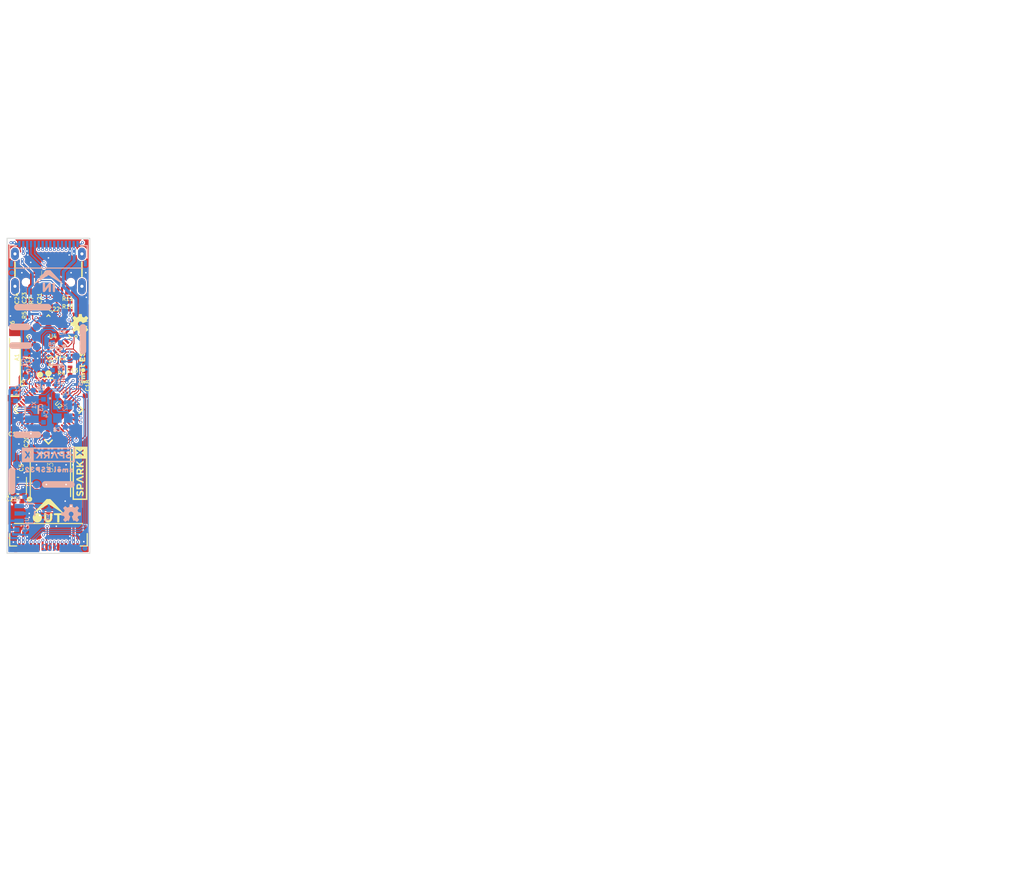
<source format=kicad_pcb>
(kicad_pcb (version 20211014) (generator pcbnew)
  (layers (0 "F.Cu" signal) (1 "In1.Cu" signal) (2 "In2.Cu" signal) (31 "B.Cu" signal) (34 "B.Paste" user) (35 "F.Paste" user) (36 "B.SilkS" user "B.Silkscreen") (37 "F.SilkS" user "F.Silkscreen") (38 "B.Mask" user) (39 "F.Mask" user) (44 "Edge.Cuts" user))
  (net 0 "")
  (net 1 "GND")
  (net 2 "SCLK")
  (net 3 "COPI")
  (net 4 "CIPO")
  (net 5 "CS0")
  (net 6 "CS1")
  (net 7 "CS2")
  (net 8 "GPIO0")
  (net 9 "GPIO1")
  (net 10 "SDA")
  (net 11 "SCL")
  (net 12 "3.3V")
  (net 13 "V_USB")
  (net 14 "PROC_PWR_EN")
  (net 15 "~{RESET}")
  (net 16 "32-RTC")
  (net 17 "33-RTC")
  (net 18 "1")
  (net 19 "3")
  (net 20 "6")
  (net 21 "CAP_10N1")
  (net 22 "FLASH_SWP")
  (net 23 "FLASH_SHD")
  (net 24 "FLASH_SDI")
  (net 25 "FLASH_SDO")
  (net 26 "FLASH_SCK")
  (net 27 "FLASH_SCS")
  (net 28 "U0RXD")
  (net 29 "U0TXD")
  (net 30 "DTR")
  (net 31 "RTS")
  (net 32 "N$45")
  (net 33 "N$46")
  (net 34 "N$47")
  (net 35 "N$48")
  (net 36 "N$50")
  (net 37 "D-")
  (net 38 "D+")
  (net 39 "N$51")
  (net 40 "N$52")
  (net 41 "N$53")
  (net 42 "N$54")
  (net 43 "0-~{BOOT}")
  (net 44 "N$1")
  (net 45 "N$2")
  (net 46 "FLASH_VDD")
  (net 47 "USB_3V3")
  (net 48 "N$3")
  (net 49 "N$4")
  (net 50 "LED")
  (footprint "eagleBoard:0402-TIGHT" (layer "F.Cu") (at 144.5641 118.5926 180)
    (fp_text reference "C25")
    (fp_text value "0.1uF")
  )
  (footprint "eagleBoard:WSON-8-6X5-SKINNY_CENTERPAD" (layer "F.Cu") (at 148.7551 115.00485 90)
    (fp_text reference "U3")
    (fp_text value "W25QXX128MBIT-6X5-SKINNY_CENTER" hide)
  )
  (footprint "eagleBoard:ANT-2.4GHZ-8.0X1.0MM" (layer "F.Cu") (at 144.1831 100.5586 90)
    (fp_text reference "A1")
    (fp_text value "ANTENNA2.4GHZ-8.0X1.0MM" hide)
  )
  (footprint "eagleBoard:0402-TIGHT" (layer "F.Cu") (at 148.5011 101.35235 90)
    (fp_text reference "C14")
    (fp_text value "100pF" hide)
  )
  (footprint "eagleBoard:0402-TIGHT" (layer "F.Cu") (at 147.0406 93.2561 90)
    (fp_text reference "C21")
    (fp_text value "4.7uF" hide)
  )
  (footprint "eagleBoard:0402-TIGHT" (layer "F.Cu") (at 148.5011 93.5101)
    (fp_text reference "C22")
    (fp_text value "0.1uF" hide)
  )
  (footprint "eagleBoard:USB-C-16P_4LAYER-PADS" (layer "F.Cu") (at 148.5011 91.7956 180)
    (fp_text reference "J1")
    (fp_text value "")
  )
  (footprint "eagleBoard:0402-TIGHT" (layer "F.Cu") (at 146.0246 93.2561 90)
    (fp_text reference "R7")
    (fp_text value "2.2k" hide)
  )
  (footprint "eagleBoard:0402-TIGHT" (layer "F.Cu") (at 144.8181 110.2741 180)
    (fp_text reference "C19")
    (fp_text value "0.1uF" hide)
  )
  (footprint "eagleBoard:0402-TIGHT" (layer "F.Cu") (at 151.8031 93.8276 180)
    (fp_text reference "R10")
    (fp_text value "5.1k" hide)
  )
  (footprint "eagleBoard:0402-TIGHT" (layer "F.Cu") (at 145.3261 111.7346 90)
    (fp_text reference "C20")
    (fp_text value "1.0uF" hide)
  )
  (footprint "eagleBoard:OSHW-LOGO-MINI" (layer "F.Cu") (at 152.59685 95.7326 90)
    (fp_text reference "LOGO2" hide)
    (fp_text value "OSHW-LOGOMINI" hide)
  )
  (footprint "eagleBoard:ORDERING_INSTRUCTIONS" (layer "F.Cu") (at 163.4871 54.2036)
    (fp_text reference "LOGO1" hide)
    (fp_text value "SPECIAL_INSTRUCTIONS-ORDERING" hide)
  )
  (footprint "eagleBoard:FIDUCIAL-MICRO" (layer "F.Cu") (at 143.8021 124.6886)
    (fp_text reference "FD3" hide)
    (fp_text value "FIDUCIALUFIDUCIAL" hide)
  )
  (footprint "eagleBoard:QFN24" (layer "F.Cu") (at 148.5011 97.3836 -135)
    (fp_text reference "U4")
    (fp_text value "CP2102N" hide)
  )
  (footprint "eagleBoard:0402-TIGHT" (layer "F.Cu") (at 150.7871 102.36835 180)
    (fp_text reference "R4")
    (fp_text value "20k" hide)
  )
  (footprint "eagleBoard:0402-TIGHT" (layer "F.Cu") (at 151.8031 92.8116 180)
    (fp_text reference "R11")
    (fp_text value "5.1k" hide)
  )
  (footprint "eagleBoard:CREATIVE_COMMONS" (layer "F.Cu") (at 191.4271 167.2336)
    (fp_text reference "FRAME1" hide)
    (fp_text value "FRAME-LEDGER" hide)
  )
  (footprint "eagleBoard:0402-TIGHT" (layer "F.Cu") (at 153.23185 104.4956 90)
    (fp_text reference "C18")
    (fp_text value "0.1uF" hide)
  )
  (footprint "eagleBoard:SM�L_ESP320" (layer "F.Cu") (at 152.8826 100.3046 90)
    (fp_text reference "U$5" hide)
    (fp_text value "" hide)
  )
  (footprint "eagleBoard:OUT0" (layer "F.Cu") (at 148.5011 120.7516)
    (fp_text reference "U$13" hide)
    (fp_text value "" hide)
  )
  (footprint "eagleBoard:0402-TIGHT" (layer "F.Cu") (at 150.7871 100.46335 180)
    (fp_text reference "C12")
    (fp_text value "10nF" hide)
  )
  (footprint "eagleBoard:SMOL_SMALL" (layer "F.Cu") (at 148.5011 118.9736)
    (fp_text reference "U$14" hide)
    (fp_text value "SMOL_LOGOSMALL" hide)
  )
  (footprint "eagleBoard:FPC_16_0.5MM" (layer "F.Cu") (at 148.5011 123.2281 180)
    (fp_text reference "OUT0" hide)
    (fp_text value "" hide)
  )
  (footprint "eagleBoard:0402-TIGHT" (layer "F.Cu") (at 145.3261 113.7031 -90)
    (fp_text reference "C5")
    (fp_text value "0.1uF" hide)
  )
  (footprint "eagleBoard:0402-TIGHT" (layer "F.Cu") (at 145.0721 95.2246 90)
    (fp_text reference "R5")
    (fp_text value "22k" hide)
  )
  (footprint "eagleBoard:0402-TIGHT" (layer "F.Cu") (at 145.0721 93.2561 90)
    (fp_text reference "C23")
    (fp_text value "0.1uF" hide)
  )
  (footprint "eagleBoard:FIDUCIAL-MICRO" (layer "F.Cu") (at 153.2001 92.9386)
    (fp_text reference "FD1" hide)
    (fp_text value "FIDUCIALUFIDUCIAL" hide)
  )
  (footprint "eagleBoard:0402-TIGHT" (layer "F.Cu") (at 150.7871 101.41585)
    (fp_text reference "C13")
    (fp_text value "3.0nF" hide)
  )
  (footprint "eagleBoard:PRODUCTION_INSTRUCTIONS" (layer "F.Cu") (at 163.4871 107.5436)
    (fp_text reference "LOGO4" hide)
    (fp_text value "SPECIAL_INSTRUCTIONS-PRODUCTION" hide)
  )
  (footprint "eagleBoard:0402-TIGHT" (layer "F.Cu") (at 144.1196 95.2246 -90)
    (fp_text reference "R6")
    (fp_text value "33k" hide)
  )
  (footprint "eagleBoard:0402-TIGHT" (layer "F.Cu") (at 144.1196 93.2561 90)
    (fp_text reference "C24")
    (fp_text value "4.7uF" hide)
  )
  (footprint "eagleBoard:0402-TIGHT" (layer "F.Cu") (at 145.48485 100.8761 90)
    (fp_text reference "L1")
    (fp_text value "0" hide)
  )
  (footprint "eagleBoard:WS2812-2020" (layer "F.Cu") (at 144.5641 116.6241 -90)
    (fp_text reference "D1" hide)
    (fp_text value "WS2812_2020" hide)
  )
  (footprint "eagleBoard:QFN48-0.4MM" (layer "F.Cu") (at 148.5011 106.7816 -45)
    (fp_text reference "U2")
    (fp_text value "ESP32")
  )
  (footprint "eagleBoard:0402-TIGHT_NO_CREAM" (layer "F.Cu") (at 145.48485 102.81285 -90)
    (fp_text reference "C6")
    (fp_text value "DNP" hide)
  )
  (footprint "eagleBoard:SPARKX-SMALL" (layer "F.Cu") (at 152.5651 115.00485 90)
    (fp_text reference "U$1" hide)
    (fp_text value "SPARKX-LOGO3" hide)
  )
  (footprint "eagleBoard:0402-TIGHT" (layer "B.Cu") (at 152.97785 102.11435 90)
    (fp_text reference "C15")
    (fp_text value "0.1uF" hide)
  )
  (footprint "eagleBoard:0402-TIGHT" (layer "B.Cu") (at 149.7076 97.1931)
    (fp_text reference "R3")
    (fp_text value "10k" hide)
  )
  (footprint "eagleBoard:CRYSTAL-SMD-3.2X1.5MM" (layer "B.Cu") (at 146.3421 106.7816 -90)
    (fp_text reference "X1")
    (fp_text value "32.768kHz" hide)
  )
  (footprint "eagleBoard:PAD.03X.04" (layer "B.Cu") (at 146.9771 98.6536 180)
    (fp_text reference "TXD0" hide)
    (fp_text value "TEST-POINT3X4" hide)
  )
  (footprint "eagleBoard:PAD.03X.04" (layer "B.Cu") (at 144.4371 113.8936 180)
    (fp_text reference "FLASH_VDD0" hide)
    (fp_text value "TEST-POINT3X4" hide)
  )
  (footprint "eagleBoard:#FVDD#0" (layer "B.Cu") (at 143.8021 115.9891 -90)
    (fp_text reference "U$10" hide)
    (fp_text value "" hide)
  )
  (footprint "eagleBoard:0402-TIGHT" (layer "B.Cu") (at 147.5486 102.81285 90)
    (fp_text reference "C16")
    (fp_text value "0.1uF" hide)
  )
  (footprint "eagleBoard:PAD.03X.04" (layer "B.Cu") (at 148.2471 110.0836 180)
    (fp_text reference "!BOOT!0" hide)
    (fp_text value "TEST-POINT3X4" hide)
  )
  (footprint "eagleBoard:PAD.03X.04" (layer "B.Cu") (at 149.5171 93.5736 180)
    (fp_text reference "USB_3V3" hide)
    (fp_text value "TEST-POINT3X4" hide)
  )
  (footprint "eagleBoard:#RXD#0" (layer "B.Cu") (at 144.8181 96.1136 180)
    (fp_text reference "U$16" hide)
    (fp_text value "" hide)
  )
  (footprint "eagleBoard:0402-TIGHT" (layer "B.Cu") (at 144.9451 118.0211 180)
    (fp_text reference "R1")
    (fp_text value "100k" hide)
  )
  (footprint "eagleBoard:SPARKX-SMALL" (layer "B.Cu") (at 148.5011 112.6236 180)
    (fp_text reference "U$4" hide)
    (fp_text value "SPARKX-LOGO3" hide)
  )
  (footprint "eagleBoard:0402-TIGHT" (layer "B.Cu") (at 150.1521 109.0676 180)
    (fp_text reference "C8")
    (fp_text value "12pF" hide)
  )
  (footprint "eagleBoard:0402-TIGHT" (layer "B.Cu") (at 144.9451 122.2756)
    (fp_text reference "C1")
    (fp_text value "2.2uF" hide)
  )
  (footprint "eagleBoard:PAD.03X.04" (layer "B.Cu") (at 146.9771 116.4336 180)
    (fp_text reference "LED_DO0" hide)
    (fp_text value "TEST-POINT3X4" hide)
  )
  (footprint "eagleBoard:SOT23-5" (layer "B.Cu") (at 146.0246 120.1801 90)
    (fp_text reference "U1")
    (fp_text value "MIC5219 3.3V")
  )
  (footprint "eagleBoard:0402-TIGHT" (layer "B.Cu") (at 148.5646 120.1801 90)
    (fp_text reference "C2")
    (fp_text value "2.2uF" hide)
  )
  (footprint "eagleBoard:#TXD#0" (layer "B.Cu") (at 144.8816 98.5266 180)
    (fp_text reference "U$6" hide)
    (fp_text value "" hide)
  )
  (footprint "eagleBoard:0402-TIGHT" (layer "B.Cu") (at 147.0406 104.3051)
    (fp_text reference "R2")
    (fp_text value "10k" hide)
  )
  (footprint "eagleBoard:0402-TIGHT" (layer "B.Cu") (at 144.2466 105.16235 -90)
    (fp_text reference "C11")
    (fp_text value "270pF" hide)
  )
  (footprint "eagleBoard:0402-TIGHT_NO_CREAM" (layer "B.Cu") (at 145.61185 100.0506 90)
    (fp_text reference "C7")
    (fp_text value "DNP" hide)
  )
  (footprint "eagleBoard:FPC_16_0.5MM" (layer "B.Cu") (at 148.5011 86.7791 180)
    (fp_text reference "IN0" hide)
    (fp_text value "" hide)
  )
  (footprint "eagleBoard:#USB_3V3#0" (layer "B.Cu") (at 146.4691 93.5736 180)
    (fp_text reference "U$9" hide)
    (fp_text value "" hide)
  )
  (footprint "eagleBoard:0402-TIGHT" (layer "B.Cu") (at 147.8661 105.9561 90)
    (fp_text reference "C3")
    (fp_text value "15pF" hide)
  )
  (footprint "eagleBoard:SM�L_ESP320" (layer "B.Cu") (at 148.5011 114.5286 180)
    (fp_text reference "U$17" hide)
    (fp_text value "" hide)
  )
  (footprint "eagleBoard:0402-TIGHT" (layer "B.Cu") (at 149.5171 101.7016)
    (fp_text reference "R9")
    (fp_text value "10k" hide)
  )
  (footprint "eagleBoard:#LED_DO#0" (layer "B.Cu") (at 149.7711 116.4336 180)
    (fp_text reference "U$11" hide)
    (fp_text value "" hide)
  )
  (footprint "eagleBoard:##BOOT##0" (layer "B.Cu") (at 145.7706 110.0201 180)
    (fp_text reference "U$7" hide)
    (fp_text value "" hide)
  )
  (footprint "eagleBoard:0402-TIGHT" (layer "B.Cu") (at 145.61185 102.05085 -90)
    (fp_text reference "C10")
    (fp_text value "270pF" hide)
  )
  (footprint "eagleBoard:0402-TIGHT" (layer "B.Cu") (at 147.8661 107.9246 -90)
    (fp_text reference "C4")
    (fp_text value "15pF" hide)
  )
  (footprint "eagleBoard:0402-TIGHT" (layer "B.Cu") (at 149.0091 103.51135)
    (fp_text reference "C17")
    (fp_text value "10uF" hide)
  )
  (footprint "eagleBoard:0402-TIGHT" (layer "B.Cu") (at 149.5171 98.1456 180)
    (fp_text reference "R8")
    (fp_text value "10k" hide)
  )
  (footprint "eagleBoard:OSHW-LOGO-MINI" (layer "B.Cu") (at 151.4221 120.2436 180)
    (fp_text reference "LOGO3" hide)
    (fp_text value "OSHW-LOGOMINI" hide)
  )
  (footprint "eagleBoard:PAD.03X.04" (layer "B.Cu") (at 152.0571 99.9236 180)
    (fp_text reference "!RESET!0" hide)
    (fp_text value "TEST-POINT3X4" hide)
  )
  (footprint "eagleBoard:FIDUCIAL-MICRO" (layer "B.Cu") (at 143.8021 89.1286 180)
    (fp_text reference "FD2" hide)
    (fp_text value "FIDUCIALUFIDUCIAL" hide)
  )
  (footprint "eagleBoard:PAD.03X.04" (layer "B.Cu") (at 146.9771 96.1136 180)
    (fp_text reference "RXD0" hide)
    (fp_text value "TEST-POINT3X4" hide)
  )
  (footprint "eagleBoard:0402-TIGHT" (layer "B.Cu") (at 150.1521 105.0036)
    (fp_text reference "C9")
    (fp_text value "12pF" hide)
  )
  (footprint "eagleBoard:CRYSTAL-SMD-2X2.5MM" (layer "B.Cu") (at 150.3426 107.0356 -90)
    (fp_text reference "X2")
    (fp_text value "40MHz" hide)
  )
  (footprint "eagleBoard:FIDUCIAL-MICRO" (layer "B.Cu") (at 153.2001 124.6886 180)
    (fp_text reference "FD4" hide)
    (fp_text value "FIDUCIALUFIDUCIAL" hide)
  )
  (footprint "eagleBoard:IN0" (layer "B.Cu") (at 148.5011 91.0336 180)
    (fp_text reference "U$12" hide)
    (fp_text value "" hide)
  )
  (footprint "eagleBoard:##RESET##0" (layer "B.Cu") (at 152.9461 97.7011 -90)
    (fp_text reference "U$8" hide)
    (fp_text value "" hide)
  )
  (footprint "eagleBoard:SMOL_SMALL" (layer "B.Cu") (at 148.5011 89.4461 180)
    (fp_text reference "U$15" hide)
    (fp_text value "SMOL_LOGOSMALL" hide)
  )
  (footprint "eagleBoard:SC70-6" (layer "B.Cu") (at 149.5171 99.9236 -90)
    (fp_text reference "Q1")
    (fp_text value "MBT3904DW1T1" hide)
  )
  (gr_circle (center 147.4216 102.2731) (end 147.6121 102.2731) (layer "F.SilkS") (width 0.381) (fill none))
  (gr_line (start 153.8351 125.3236) (end 153.8351 84.6836) (layer "Edge.Cuts") (width 0.1016))
  (gr_line (start 143.1671 125.3236) (end 153.8351 125.3236) (layer "Edge.Cuts") (width 0.1016))
  (gr_line (start 153.8351 84.6836) (end 143.1671 84.6836) (layer "Edge.Cuts") (width 0.1016))
  (gr_line (start 143.1671 84.6836) (end 143.1671 125.3236) (layer "Edge.Cuts") (width 0.1016))
  (gr_text "X02" (at 147.4851 124.1806) (layer "B.Cu") (effects (font (size 0.75565 0.75565) (thickness 0.13335)) (justify right top mirror)))
  (segment (start 145.0721 92.7561) (end 145.0721 92.27185) (width 0.3048) (layer "F.Cu") (net 1))
  (segment (start 145.25035 117.40285) (end 145.1141 117.5391) (width 0.3048) (layer "F.Cu") (net 1))
  (segment (start 144.1196 94.7246) (end 143.6053 94.7246) (width 0.254) (layer "F.Cu") (net 1))
  (segment (start 151.2511 123.6132) (end 151.2511 123.1186) (width 0.3048) (layer "F.Cu") (net 1))
  (segment (start 153.5811 89.3826) (end 153.5811 92.1131) (width 0.1524) (layer "F.Cu") (net 1))
  (segment (start 151.2511 124.061382) (end 151.2554 124.057082) (width 0.3048) (layer "F.Cu") (net 1))
  (segment (start 152.8111 92.3036) (end 153.3906 92.3036) (width 0.2032) (layer "F.Cu") (net 1))
  (segment (start 143.4719 92.7481) (end 143.4719 92.3798) (width 0.254) (layer "F.Cu") (net 1))
  (segment (start 146.31035 102.445744) (end 145.48485 103.271244) (width 0.127) (layer "F.Cu") (net 1))
  (segment (start 145.0721 92.27185) (end 145.2761 92.06785) (width 0.3048) (layer "F.Cu") (net 1))
  (segment (start 151.2511 124.5781) (end 151.2511 124.061382) (width 0.3048) (layer "F.Cu") (net 1))
  (segment (start 145.7511 123.6286) (end 145.7706 123.6091) (width 0.3048) (layer "F.Cu") (net 1))
  (segment (start 151.2554 123.6223) (end 151.2578 123.6199) (width 0.3048) (layer "F.Cu") (net 1))
  (segment (start 143.4799 92.7561) (end 143.4719 92.7481) (width 0.254) (layer "F.Cu") (net 1))
  (segment (start 152.0571 89.7636) (end 152.0571 91.1246) (width 0.2032) (layer "F.Cu") (net 1))
  (segment (start 143.4799 94.5992) (end 143.4799 92.7561) (width 0.254) (layer "F.Cu") (net 1))
  (segment (start 145.0721 89.1286) (end 144.9167 89.284) (width 0.2032) (layer "F.Cu") (net 1))
  (segment (start 153.5811 92.1131) (end 153.3906 92.3036) (width 0.1524) (layer "F.Cu") (net 1))
  (segment (start 153.3271 89.1286) (end 153.5811 89.3826) (width 0.1524) (layer "F.Cu") (net 1))
  (segment (start 145.7511 124.5781) (end 145.7511 123.6286) (width 0.3048) (layer "F.Cu") (net 1))
  (segment (start 144.1196 92.7561) (end 143.4799 92.7561) (width 0.254) (layer "F.Cu") (net 1))
  (segment (start 151.1749 86.8426) (end 151.29115 86.72635) (width 0.3048) (layer "F.Cu") (net 1))
  (segment (start 143.6053 94.7246) (end 143.5973 94.7166) (width 0.254) (layer "F.Cu") (net 1))
  (segment (start 144.9167 91.0962) (end 145.2761 91.4556) (width 0.2032) (layer "F.Cu") (net 1))
  (segment (start 151.2554 124.057082) (end 151.2554 123.6223) (width 0.3048) (layer "F.Cu") (net 1))
  (segment (start 145.7706 123.6091) (end 145.7706 123.1646) (width 0.3048) (layer "F.Cu") (net 1))
  (segment (start 152.3031 92.8116) (end 152.3031 92.39085) (width 0.3048) (layer "F.Cu") (net 1))
  (segment (start 151.7261 91.81385) (end 151.7261 91.4556) (width 0.3048) (layer "F.Cu") (net 1))
  (segment (start 143.5973 94.7166) (end 143.4799 94.5992) (width 0.254) (layer "F.Cu") (net 1))
  (segment (start 145.2761 92.06785) (end 145.2761 91.4556) (width 0.3048) (layer "F.Cu") (net 1))
  (segment (start 152.0571 91.1246) (end 151.7261 91.4556) (width 0.2032) (layer "F.Cu") (net 1))
  (segment (start 145.8579 86.4616) (end 145.8579 86.8188) (width 0.3048) (layer "F.Cu") (net 1))
  (segment (start 152.3031 92.39085) (end 151.7261 91.81385) (width 0.3048) (layer "F.Cu") (net 1))
  (segment (start 150.480996 96.464363) (end 151.0411 95.90426) (width 0.1524) (layer "F.Cu") (net 1))
  (segment (start 152.3031 92.8116) (end 152.8111 92.3036) (width 0.2032) (layer "F.Cu") (net 1))
  (segment (start 151.2871 100.46335) (end 151.2871 99.9156) (width 0.1524) (layer "F.Cu") (net 1))
  (segment (start 151.2871 99.9156) (end 151.2316 99.8601) (width 0.1524) (layer "F.Cu") (net 1))
  (segment (start 145.37735 114.25435) (end 145.3261 114.2031) (width 0.3048) (layer "F.Cu") (net 1))
  (segment (start 145.37735 114.9271) (end 145.37735 114.25435) (width 0.3048) (layer "F.Cu") (net 1))
  (segment (start 151.29115 86.72635) (end 151.29115 86.3346) (width 0.3048) (layer "F.Cu") (net 1))
  (segment (start 145.7309 86.3346) (end 145.8579 86.4616) (width 0.3048) (layer "F.Cu") (net 1))
  (segment (start 151.2578 123.6199) (end 151.2511 123.6132) (width 0.3048) (layer "F.Cu") (net 1))
  (segment (start 145.8341 86.8426) (end 145.8579 86.8188) (width 0.3048) (layer "F.Cu") (net 1))
  (segment (start 145.48485 103.31285) (end 145.48485 103.271244) (width 0.127) (layer "F.Cu") (net 1))
  (segment (start 143.9291 89.1286) (end 143.4211 89.6366) (width 0.1524) (layer "F.Cu") (net 1))
  (segment (start 143.4719 92.3798) (end 143.6116 92.2401) (width 0.254) (layer "F.Cu") (net 1))
  (segment (start 151.4221 89.1286) (end 152.0571 89.7636) (width 0.2032) (layer "F.Cu") (net 1))
  (segment (start 143.4211 89.6366) (end 143.4211 92.0496) (width 0.1524) (layer "F.Cu") (net 1))
  (segment (start 145.0721 89.1286) (end 143.9291 89.1286) (width 0.1524) (layer "F.Cu") (net 1))
  (segment (start 151.0411 95.90426) (end 151.0411 95.7961) (width 0.1524) (layer "F.Cu") (net 1))
  (segment (start 146.31035 102.445744) (end 146.31035 102.2096) (width 0.127) (layer "F.Cu") (net 1))
  (segment (start 143.4211 92.0496) (end 143.6116 92.2401) (width 0.1524) (layer "F.Cu") (net 1))
  (segment (start 145.25035 116.8321) (end 145.25035 117.40285) (width 0.3048) (layer "F.Cu") (net 1))
  (segment (start 144.9167 89.284) (end 144.9167 91.0962) (width 0.2032) (layer "F.Cu") (net 1))
  (via (at 151.2578 123.6199) (size 0.3778) (drill 0.2) (layers "F.Cu" "B.Cu") (net 1))
  (via (at 149.5171 121.8311) (size 0.3778) (drill 0.2) (layers "F.Cu" "B.Cu") (net 1))
  (via (at 151.2511 123.1186) (size 0.3778) (drill 0.2) (layers "F.Cu" "B.Cu") (net 1))
  (via (at 148.23485 116.4511) (size 0.3778) (drill 0.2) (layers "F.Cu" "B.Cu") (net 1))
  (via (at 150.6601 118.5926) (size 0.3778) (drill 0.2) (layers "F.Cu" "B.Cu") (net 1))
  (via (at 151.40985 119.2451) (size 0.3778) (drill 0.2) (layers "F.Cu" "B.Cu") (net 1))
  (via (at 146.0246 120.1801) (size 0.3778) (drill 0.2) (layers "F.Cu" "B.Cu") (net 1))
  (via (at 152.48935 122.9281) (size 0.3778) (drill 0.2) (layers "F.Cu" "B.Cu") (net 1))
  (via (at 143.5973 94.7166) (size 0.3778) (drill 0.2) (layers "F.Cu" "B.Cu") (net 1))
  (via (at 146.0246 120.6881) (size 0.3778) (drill 0.2) (layers "F.Cu" "B.Cu") (net 1))
  (via (at 145.37735 114.9271) (size 0.3778) (drill 0.2) (layers "F.Cu" "B.Cu") (net 1))
  (via (at 147.5486 101.6381) (size 0.3778) (drill 0.2) (layers "F.Cu" "B.Cu") (net 1))
  (via (at 145.0721 89.1286) (size 0.3778) (drill 0.2) (layers "F.Cu" "B.Cu") (net 1))
  (via (at 146.8501 111.1631) (size 0.3778) (drill 0.2) (layers "F.Cu" "B.Cu") (net 1))
  (via (at 151.6321 113.9111) (size 0.3778) (drill 0.2) (layers "F.Cu" "B.Cu") (net 1))
  (via (at 150.77485 113.9111) (size 0.3778) (drill 0.2) (layers "F.Cu" "B.Cu") (net 1))
  (via (at 151.0411 95.7961) (size 0.3778) (drill 0.2) (layers "F.Cu" "B.Cu") (net 1))
  (via (at 143.98035 123.8806) (size 0.3778) (drill 0.2) (layers "F.Cu" "B.Cu") (net 1))
  (via (at 148.0566 92.8116) (size 0.3778) (drill 0.2) (layers "F.Cu" "B.Cu") (net 1))
  (via (at 150.77485 116.4511) (size 0.3778) (drill 0.2) (layers "F.Cu" "B.Cu") (net 1))
  (via (at 151.29115 86.3346) (size 0.3778) (drill 0.2) (layers "F.Cu" "B.Cu") (net 1))
  (via (at 145.7706 123.6091) (size 0.3778) (drill 0.2) (layers "F.Cu" "B.Cu") (net 1))
  (via (at 146.31035 101.09835) (size 0.3778) (drill 0.2) (layers "F.Cu" "B.Cu") (net 1))
  (via (at 148.97735 94.24035) (size 0.3778) (drill 0.2) (layers "F.Cu" "B.Cu") (net 1))
  (via (at 151.2316 99.8601) (size 0.3778) (drill 0.2) (layers "F.Cu" "B.Cu") (net 1))
  (via (at 144.8181 109.5756) (size 0.3778) (drill 0.2) (layers "F.Cu" "B.Cu") (net 1))
  (via (at 147.1041 100.1776) (size 0.3778) (drill 0.2) (layers "F.Cu" "B.Cu") (net 1))
  (via (at 143.6116 92.2401) (size 0.3778) (drill 0.2) (layers "F.Cu" "B.Cu") (net 1))
  (via (at 146.96485 113.9111) (size 0.3778) (drill 0.2) (layers "F.Cu" "B.Cu") (net 1))
  (via (at 144.1196 107.8611) (size 0.3778) (drill 0.2) (layers "F.Cu" "B.Cu") (net 1))
  (via (at 145.7309 86.3346) (size 0.3778) (drill 0.2) (layers "F.Cu" "B.Cu") (net 1))
  (via (at 146.31035 102.2096) (size 0.3778) (drill 0.2) (layers "F.Cu" "B.Cu") (net 1))
  (via (at 148.5011 106.7816) (size 0.3778) (drill 0.2) (layers "F.Cu" "B.Cu") (net 1))
  (via (at 151.6126 111.06785) (size 0.3778) (drill 0.2) (layers "F.Cu" "B.Cu") (net 1))
  (via (at 145.7706 123.1646) (size 0.3778) (drill 0.2) (layers "F.Cu" "B.Cu") (net 1))
  (via (at 146.2151 87.7951) (size 0.3778) (drill 0.2) (layers "F.Cu" "B.Cu") (net 1))
  (via (at 151.1749 86.8426) (size 0.3778) (drill 0.2) (layers "F.Cu" "B.Cu") (net 1))
  (via (at 149.1996 102.4001) (size 0.3778) (drill 0.2) (layers "F.Cu" "B.Cu") (net 1))
  (via (at 146.3421 99.5426) (size 0.3778) (drill 0.2) (layers "F.Cu" "B.Cu") (net 1))
  (via (at 153.06085 123.8171) (size 0.3778) (drill 0.2) (layers "F.Cu" "B.Cu") (net 1))
  (via (at 148.5011 87.2236) (size 0.3778) (drill 0.2) (layers "F.Cu" "B.Cu") (net 1))
  (via (at 145.8341 86.8426) (size 0.3778) (drill 0.2) (layers "F.Cu" "B.Cu") (net 1))
  (via (at 145.25035 116.8321) (size 0.3778) (drill 0.2) (layers "F.Cu" "B.Cu") (net 1))
  (via (at 153.3906 92.3036) (size 0.3778) (drill 0.2) (layers "F.Cu" "B.Cu") (net 1))
  (via (at 153.3271 89.1286) (size 0.3778) (drill 0.2) (layers "F.Cu" "B.Cu") (net 1))
  (via (at 151.4221 89.1286) (size 0.3778) (drill 0.2) (layers "F.Cu" "B.Cu") (net 1))
  (via (at 144.6911 111.2266) (size 0.3778) (drill 0.2) (layers "F.Cu" "B.Cu") (net 1))
  (via (at 148.5011 97.3836) (size 0.3778) (drill 0.2) (layers "F.Cu" "B.Cu") (net 1))
  (segment (start 145.7706 123.6091) (end 145.7706 123.1646) (width 0.3048) (layer "B.Cu") (net 1))
  (segment (start 145.8341 86.8426) (end 145.8579 86.8188) (width 0.3048) (layer "B.Cu") (net 1))
  (segment (start 149.6526 106.9171) (end 149.7711 107.0356) (width 0.1524) (layer "B.Cu") (net 1))
  (segment (start 149.7711 107.0356) (end 150.9141 107.0356) (width 0.1524) (layer "B.Cu") (net 1))
  (segment (start 149.6526 106.1816) (end 149.6521 106.1811) (width 0.254) (layer "B.Cu") (net 1))
  (segment (start 147.8661 107.4246) (end 147.8661 106.7816) (width 0.254) (layer "B.Cu") (net 1))
  (segment (start 151.6126 111.06785) (end 151.6126 109.3216) (width 0.254) (layer "B.Cu") (net 1))
  (segment (start 150.9141 107.0356) (end 151.0526 107.1741) (width 0.1524) (layer "B.Cu") (net 1))
  (segment (start 150.6521 108.2821) (end 151.0526 107.8816) (width 0.254) (layer "B.Cu") (net 1))
  (segment (start 145.8579 86.4616) (end 145.8579 86.8188) (width 0.3048) (layer "B.Cu") (net 1))
  (segment (start 147.8661 106.7816) (end 147.8661 106.4561) (width 0.254) (layer "B.Cu") (net 1))
  (segment (start 149.6521 106.1811) (end 149.6521 105.0036) (width 0.254) (layer "B.Cu") (net 1))
  (segment (start 145.7309 86.3346) (end 145.8579 86.4616) (width 0.3048) (layer "B.Cu") (net 1))
  (segment (start 146.0246 120.6881) (end 146.0246 120.1801) (width 0.4064) (layer "B.Cu") (net 1))
  (segment (start 149.6526 106.1816) (end 149.6526 106.9171) (width 0.1524) (layer "B.Cu") (net 1))
  (segment (start 151.29115 86.3346) (end 151.29115 86.72635) (width 0.3048) (layer "B.Cu") (net 1))
  (segment (start 151.6126 109.3216) (end 151.3586 109.0676) (width 0.254) (layer "B.Cu") (net 1))
  (segment (start 151.29115 86.72635) (end 151.1749 86.8426) (width 0.3048) (layer "B.Cu") (net 1))
  (segment (start 151.0526 107.1741) (end 151.0526 107.8816) (width 0.1524) (layer "B.Cu") (net 1))
  (segment (start 148.5011 106.7816) (end 147.8661 106.7816) (width 0.254) (layer "B.Cu") (net 1))
  (segment (start 151.2578 123.1253) (end 151.2511 123.1186) (width 0.3048) (layer "B.Cu") (net 1))
  (segment (start 151.2511 86.29455) (end 151.29115 86.3346) (width 0.3048) (layer "B.Cu") (net 1))
  (segment (start 145.7511 85.4291) (end 145.7511 86.3144) (width 0.3048) (layer "B.Cu") (net 1))
  (segment (start 150.6521 109.0676) (end 150.6521 108.2821) (width 0.254) (layer "B.Cu") (net 1))
  (segment (start 145.7511 86.3144) (end 145.7309 86.3346) (width 0.3048) (layer "B.Cu") (net 1))
  (segment (start 151.2511 85.4291) (end 151.2511 86.29455) (width 0.3048) (layer "B.Cu") (net 1))
  (segment (start 151.3586 109.0676) (end 150.6521 109.0676) (width 0.254) (layer "B.Cu") (net 1))
  (segment (start 144.7245 120.1801) (end 146.0246 120.1801) (width 0.4064) (layer "B.Cu") (net 1))
  (segment (start 151.2578 123.6199) (end 151.2578 123.1253) (width 0.3048) (layer "B.Cu") (net 1))
  (segment (start 152.681 108.40085) (end 152.665931 108.40085) (width 0.127) (layer "F.Cu") (net 2))
  (segment (start 152.665931 108.40085) (end 151.859856 107.594775) (width 0.127) (layer "F.Cu") (net 2))
  (segment (start 150.7511 123.8991) (end 150.7511 124.5781) (width 0.3048) (layer "F.Cu") (net 2))
  (segment (start 150.7871 123.8631) (end 150.7511 123.8991) (width 0.3048) (layer "F.Cu") (net 2))
  (via (at 150.7871 123.8631) (size 0.3778) (drill 0.2) (layers "F.Cu" "B.Cu") (net 2))
  (via (at 152.681 108.40085) (size 0.3778) (drill 0.2) (layers "F.Cu" "B.Cu") (net 2))
  (via (at 150.7828 86.1441) (size 0.3778) (drill 0.2) (layers "F.Cu" "B.Cu") (net 2))
  (segment (start 150.7828 86.1441) (end 150.7511 86.1124) (width 0.3048) (layer "B.Cu") (net 2))
  (segment (start 150.7511 86.1124) (end 150.7511 85.4291) (width 0.3048) (layer "B.Cu") (net 2))
  (segment (start 150.2511 123.8911) (end 150.2511 124.5781) (width 0.3048) (layer "F.Cu") (net 3))
  (segment (start 152.142696 107.311932) (end 152.691984 107.861216) (width 0.127) (layer "F.Cu") (net 3))
  (segment (start 150.2791 123.8631) (end 150.2511 123.8911) (width 0.3048) (layer "F.Cu") (net 3))
  (segment (start 152.691984 107.861216) (end 152.6921 107.8611) (width 0.127) (layer "F.Cu") (net 3))
  (via (at 150.2791 123.8631) (size 0.3778) (drill 0.2) (layers "F.Cu" "B.Cu") (net 3))
  (via (at 152.6921 107.8611) (size 0.3778) (drill 0.2) (layers "F.Cu" "B.Cu") (net 3))
  (via (at 150.278 86.1441) (size 0.3778) (drill 0.2) (layers "F.Cu" "B.Cu") (net 3))
  (segment (start 150.2511 85.4291) (end 150.2511 86.1172) (width 0.3048) (layer "B.Cu") (net 3))
  (segment (start 150.2511 86.1172) (end 150.278 86.1441) (width 0.3048) (layer "B.Cu") (net 3))
  (segment (start 149.7511 123.8863) (end 149.7511 124.5781) (width 0.3048) (layer "F.Cu") (net 4))
  (segment (start 151.859856 105.968429) (end 152.348434 105.47985) (width 0.127) (layer "F.Cu") (net 4))
  (segment (start 149.7743 123.8631) (end 149.7511 123.8863) (width 0.3048) (layer "F.Cu") (net 4))
  (segment (start 152.348434 105.47985) (end 152.4651 105.47985) (width 0.127) (layer "F.Cu") (net 4))
  (via (at 149.7743 123.8631) (size 0.3778) (drill 0.2) (layers "F.Cu" "B.Cu") (net 4))
  (via (at 152.4651 105.47985) (size 0.3778) (drill 0.2) (layers "F.Cu" "B.Cu") (net 4))
  (via (at 149.7732 86.1441) (size 0.3778) (drill 0.2) (layers "F.Cu" "B.Cu") (net 4))
  (segment (start 149.7511 86.122) (end 149.7732 86.1441) (width 0.3048) (layer "B.Cu") (net 4))
  (segment (start 149.7511 85.4291) (end 149.7511 86.122) (width 0.3048) (layer "B.Cu") (net 4))
  (segment (start 149.2511 123.8751) (end 149.2631 123.8631) (width 0.3048) (layer "F.Cu") (net 5))
  (segment (start 151.577012 107.877616) (end 152.0984 108.399004) (width 0.127) (layer "F.Cu") (net 5))
  (segment (start 149.2511 124.5781) (end 149.2511 123.8751) (width 0.3048) (layer "F.Cu") (net 5))
  (segment (start 152.0984 110.68685) (end 152.06665 110.7186) (width 0.1524) (layer "F.Cu") (net 5))
  (segment (start 152.0984 108.399004) (end 152.0984 110.68685) (width 0.127) (layer "F.Cu") (net 5))
  (via (at 152.06665 110.7186) (size 0.3778) (drill 0.2) (layers "F.Cu" "B.Cu") (net 5))
  (via (at 149.2684 86.1441) (size 0.3778) (drill 0.2) (layers "F.Cu" "B.Cu") (net 5))
  (via (at 149.2631 123.8631) (size 0.3778) (drill 0.2) (layers "F.Cu" "B.Cu") (net 5))
  (segment (start 149.2511 85.4291) (end 149.2511 86.1268) (width 0.3048) (layer "B.Cu") (net 5))
  (segment (start 149.2511 86.1268) (end 149.2684 86.1441) (width 0.3048) (layer "B.Cu") (net 5))
  (segment (start 148.7511 124.5781) (end 148.7511 123.8703) (width 0.3048) (layer "F.Cu") (net 6))
  (segment (start 145.47055 108.963622) (end 145.47055 109.41685) (width 0.1524) (layer "F.Cu") (net 6))
  (segment (start 148.7511 123.8703) (end 148.7583 123.8631) (width 0.3048) (layer "F.Cu") (net 6))
  (segment (start 145.990868 108.443304) (end 145.47055 108.963622) (width 0.1524) (layer "F.Cu") (net 6))
  (via (at 145.47055 109.41685) (size 0.3778) (drill 0.2) (layers "F.Cu" "B.Cu") (net 6))
  (via (at 148.7636 86.1441) (size 0.3778) (drill 0.2) (layers "F.Cu" "B.Cu") (net 6))
  (via (at 148.7583 123.8631) (size 0.3778) (drill 0.2) (layers "F.Cu" "B.Cu") (net 6))
  (segment (start 148.7511 86.1316) (end 148.7636 86.1441) (width 0.3048) (layer "B.Cu") (net 6))
  (segment (start 148.7511 85.4291) (end 148.7511 86.1316) (width 0.3048) (layer "B.Cu") (net 6))
  (segment (start 148.34235 123.25985) (end 148.34235 121.8518) (width 0.1524) (layer "F.Cu") (net 7))
  (segment (start 148.2511 123.8655) (end 148.2535 123.8631) (width 0.3048) (layer "F.Cu") (net 7))
  (segment (start 148.2511 124.5781) (end 148.2511 123.8655) (width 0.3048) (layer "F.Cu") (net 7))
  (segment (start 146.839396 109.291832) (end 146.245837 109.885391) (width 0.1524) (layer "F.Cu") (net 7))
  (segment (start 148.2535 123.8631) (end 148.2535 123.3487) (width 0.1524) (layer "F.Cu") (net 7))
  (segment (start 148.2535 123.3487) (end 148.34235 123.25985) (width 0.1524) (layer "F.Cu") (net 7))
  (segment (start 146.245837 109.885391) (end 146.234671 109.885391) (width 0.1524) (layer "F.Cu") (net 7))
  (via (at 146.234671 109.885391) (size 0.3778) (drill 0.2) (layers "F.Cu" "B.Cu") (net 7))
  (via (at 148.2535 123.8631) (size 0.3778) (drill 0.2) (layers "F.Cu" "B.Cu") (net 7))
  (via (at 148.34235 121.8518) (size 0.3778) (drill 0.2) (layers "F.Cu" "B.Cu") (net 7))
  (via (at 148.2588 86.1441) (size 0.3778) (drill 0.2) (layers "F.Cu" "B.Cu") (net 7))
  (segment (start 148.2511 85.4291) (end 148.2511 86.1364) (width 0.3048) (layer "B.Cu") (net 7))
  (segment (start 148.2511 86.1364) (end 148.2588 86.1441) (width 0.3048) (layer "B.Cu") (net 7))
  (segment (start 145.708028 108.16046) (end 145.0721 108.796388) (width 0.1524) (layer "F.Cu") (net 8))
  (segment (start 147.7511 123.6516) (end 147.77245 123.63025) (width 0.254) (layer "F.Cu") (net 8))
  (segment (start 147.7511 124.5781) (end 147.7511 123.6516) (width 0.254) (layer "F.Cu") (net 8))
  (segment (start 145.0721 108.796388) (end 145.0721 109.0676) (width 0.1524) (layer "F.Cu") (net 8))
  (via (at 147.77245 123.63025) (size 0.3778) (drill 0.2) (layers "F.Cu" "B.Cu") (net 8))
  (via (at 145.0721 109.0676) (size 0.3778) (drill 0.2) (layers "F.Cu" "B.Cu") (net 8))
  (via (at 147.754 86.1441) (size 0.3778) (drill 0.2) (layers "F.Cu" "B.Cu") (net 8))
  (segment (start 147.7511 85.4291) (end 147.754 85.432) (width 0.3048) (layer "B.Cu") (net 8))
  (segment (start 147.754 85.432) (end 147.754 86.1441) (width 0.3048) (layer "B.Cu") (net 8))
  (segment (start 144.668215 108.634585) (end 144.639084 108.634585) (width 0.1524) (layer "F.Cu") (net 9))
  (segment (start 147.2549 124.057082) (end 147.2549 123.8996) (width 0.3048) (layer "F.Cu") (net 9))
  (segment (start 147.2511 124.5781) (end 147.2511 124.060882) (width 0.3048) (layer "F.Cu") (net 9))
  (segment (start 147.2549 123.8996) (end 147.2914 123.8631) (width 0.3048) (layer "F.Cu") (net 9))
  (segment (start 145.425184 107.877616) (end 144.668215 108.634585) (width 0.1524) (layer "F.Cu") (net 9))
  (segment (start 147.2511 124.060882) (end 147.2549 124.057082) (width 0.3048) (layer "F.Cu") (net 9))
  (via (at 147.2492 86.1441) (size 0.3778) (drill 0.2) (layers "F.Cu" "B.Cu") (net 9))
  (via (at 147.2914 123.8631) (size 0.3778) (drill 0.2) (layers "F.Cu" "B.Cu") (net 9))
  (via (at 144.639084 108.634585) (size 0.3778) (drill 0.2) (layers "F.Cu" "B.Cu") (net 9))
  (segment (start 147.2511 86.1422) (end 147.2492 86.1441) (width 0.3048) (layer "B.Cu") (net 9))
  (segment (start 147.2511 85.4291) (end 147.2511 86.1422) (width 0.3048) (layer "B.Cu") (net 9))
  (segment (start 151.512843 104.0527) (end 151.65865 104.0527) (width 0.127) (layer "F.Cu") (net 10))
  (segment (start 146.7511 123.8986) (end 146.7866 123.8631) (width 0.3048) (layer "F.Cu") (net 10))
  (segment (start 146.7511 124.5781) (end 146.7511 123.8986) (width 0.3048) (layer "F.Cu") (net 10))
  (segment (start 150.728484 104.83706) (end 151.512843 104.0527) (width 0.127) (layer "F.Cu") (net 10))
  (via (at 147.9296 87.8586) (size 0.3778) (drill 0.2) (layers "F.Cu" "B.Cu") (net 10))
  (via (at 146.7866 123.8631) (size 0.3778) (drill 0.2) (layers "F.Cu" "B.Cu") (net 10))
  (via (at 151.65865 104.0527) (size 0.3778) (drill 0.2) (layers "F.Cu" "B.Cu") (net 10))
  (segment (start 151.72055 104.1146) (end 151.65865 104.0527) (width 0.127) (layer "B.Cu") (net 10))
  (segment (start 147.9296 87.8586) (end 146.7444 86.6734) (width 0.1524) (layer "B.Cu") (net 10))
  (segment (start 146.7444 86.6734) (end 146.7444 85.4358) (width 0.1524) (layer "B.Cu") (net 10))
  (segment (start 146.7444 85.4358) (end 146.7511 85.4291) (width 0.1524) (layer "B.Cu") (net 10))
  (segment (start 147.7835 122.4852) (end 152.6095 122.4852) (width 0.127) (layer "B.Cu") (net 10))
  (segment (start 152.6095 122.4852) (end 153.3271 121.7676) (width 0.127) (layer "B.Cu") (net 10))
  (segment (start 146.7866 123.4821) (end 147.7835 122.4852) (width 0.127) (layer "B.Cu") (net 10))
  (segment (start 153.3271 104.8766) (end 152.5651 104.1146) (width 0.127) (layer "B.Cu") (net 10))
  (segment (start 152.5651 104.1146) (end 151.72055 104.1146) (width 0.127) (layer "B.Cu") (net 10))
  (segment (start 153.3271 121.7676) (end 153.3271 104.8766) (width 0.127) (layer "B.Cu") (net 10))
  (segment (start 146.7866 123.8631) (end 146.7866 123.4821) (width 0.127) (layer "B.Cu") (net 10))
  (segment (start 146.2511 124.5781) (end 146.2511 123.8938) (width 0.3048) (layer "F.Cu") (net 11))
  (segment (start 152.103153 105.09885) (end 152.6413 104.560704) (width 0.127) (layer "F.Cu") (net 11))
  (segment (start 152.103153 105.159447) (end 151.577012 105.685588) (width 0.127) (layer "F.Cu") (net 11))
  (segment (start 146.2511 123.8938) (end 146.2818 123.8631) (width 0.3048) (layer "F.Cu") (net 11))
  (segment (start 152.6413 96.7089) (end 151.157 95.2246) (width 0.127) (layer "F.Cu") (net 11))
  (segment (start 152.103153 105.09885) (end 152.103153 105.159447) (width 0.127) (layer "F.Cu") (net 11))
  (segment (start 152.6413 104.560704) (end 152.6413 96.7089) (width 0.127) (layer "F.Cu") (net 11))
  (via (at 152.103153 105.09885) (size 0.3778) (drill 0.2) (layers "F.Cu" "B.Cu") (net 11))
  (via (at 146.2818 123.8631) (size 0.3778) (drill 0.2) (layers "F.Cu" "B.Cu") (net 11))
  (via (at 147.9296 88.4301) (size 0.3778) (drill 0.2) (layers "F.Cu" "B.Cu") (net 11))
  (via (at 151.157 95.2246) (size 0.3778) (drill 0.2) (layers "F.Cu" "B.Cu") (net 11))
  (segment (start 152.504287 122.2312) (end 153.0731 121.662388) (width 0.127) (layer "B.Cu") (net 11))
  (segment (start 153.0731 121.662388) (end 153.0731 105.35285) (width 0.127) (layer "B.Cu") (net 11))
  (segment (start 146.2396 85.4406) (end 146.2511 85.4291) (width 0.3048) (layer "B.Cu") (net 11))
  (segment (start 152.8191 105.09885) (end 152.103153 105.09885) (width 0.127) (layer "B.Cu") (net 11))
  (segment (start 146.2818 123.627688) (end 146.2818 123.8631) (width 0.127) (layer "B.Cu") (net 11))
  (segment (start 153.0731 105.35285) (end 152.8191 105.09885) (width 0.127) (layer "B.Cu") (net 11))
  (segment (start 146.2396 86.7401) (end 146.2396 85.4406) (width 0.1524) (layer "B.Cu") (net 11))
  (segment (start 147.9296 88.4301) (end 146.2396 86.7401) (width 0.1524) (layer "B.Cu") (net 11))
  (segment (start 147.678287 122.2312) (end 146.2818 123.627688) (width 0.127) (layer "B.Cu") (net 11))
  (segment (start 152.504287 122.2312) (end 147.678287 122.2312) (width 0.127) (layer "B.Cu") (net 11))
  (segment (start 146.556556 109.008988) (end 145.842575 109.722969) (width 0.1524) (layer "F.Cu") (net 12))
  (segment (start 145.2626 123.8631) (end 145.2594 123.8599) (width 0.3048) (layer "F.Cu") (net 12))
  (segment (start 153.2636 105.02735) (end 153.2636 106.7816) (width 0.1524) (layer "F.Cu") (net 12))
  (segment (start 145.8341 110.2741) (end 145.9611 110.2741) (width 0.3048) (layer "F.Cu") (net 12))
  (segment (start 145.9611 110.2741) (end 146.2786 110.5916) (width 0.3048) (layer "F.Cu") (net 12))
  (segment (start 151.7285 123.3551) (end 151.7285 120.1912) (width 0.3048) (layer "F.Cu") (net 12))
  (segment (start 145.2511 123.8746) (end 145.2626 123.8631) (width 0.3048) (layer "F.Cu") (net 12))
  (segment (start 152.142696 106.251272) (end 152.47145 106.580025) (width 0.1524) (layer "F.Cu") (net 12))
  (segment (start 146.861496 103.1621) (end 146.81835 103.1621) (width 0.1524) (layer "F.Cu") (net 12))
  (segment (start 153.2636 106.7816) (end 152.471453 106.7816) (width 0.1524) (layer "F.Cu") (net 12))
  (segment (start 148.266171 102.8446) (end 148.5011 102.8446) (width 0.1524) (layer "F.Cu") (net 12))
  (segment (start 152.5651 113.8936) (end 151.6126 112.9411) (width 0.3048) (layer "F.Cu") (net 12))
  (segment (start 145.2594 123.8599) (end 145.2594 123.3551) (width 0.3048) (layer "F.Cu") (net 12))
  (segment (start 151.7511 123.3777) (end 151.7285 123.3551) (width 0.3048) (layer "F.Cu") (net 12))
  (segment (start 150.778306 103.169657) (end 150.864256 103.255607) (width 0.127) (layer "F.Cu") (net 12))
  (segment (start 150.778306 103.169657) (end 150.133143 103.169657) (width 0.127) (layer "F.Cu") (net 12))
  (segment (start 149.597112 103.705688) (end 150.133143 103.169657) (width 0.127) (layer "F.Cu") (net 12))
  (segment (start 147.3581 120.4341) (end 147.3581 120.1801) (width 0.4064) (layer "F.Cu") (net 12))
  (segment (start 151.6126 112.9411) (end 151.6126 112.3696) (width 0.3048) (layer "F.Cu") (net 12))
  (segment (start 151.515456 103.5479) (end 151.6904 103.5479) (width 0.127) (layer "F.Cu") (net 12))
  (segment (start 145.2594 123.3551) (end 145.2594 122.5328) (width 0.3048) (layer "F.Cu") (net 12))
  (segment (start 145.2511 124.5781) (end 145.2511 123.8746) (width 0.3048) (layer "F.Cu") (net 12))
  (segment (start 146.1516 117.3226) (end 146.1516 118.7196) (width 0.1524) (layer "F.Cu") (net 12))
  (segment (start 144.0141 115.7091) (end 144.0141 116.2646) (width 0.1524) (layer "F.Cu") (net 12))
  (segment (start 144.1831 116.4336) (end 145.4531 116.4336) (width 0.1524) (layer "F.Cu") (net 12))
  (segment (start 145.6944 116.8654) (end 146.1516 117.3226) (width 0.1524) (layer "F.Cu") (net 12))
  (segment (start 147.405084 103.705688) (end 146.861496 103.1621) (width 0.1524) (layer "F.Cu") (net 12))
  (segment (start 145.2626 86.6521) (end 145.2626 86.0806) (width 0.254) (layer "F.Cu") (net 12))
  (segment (start 153.2636 110.1471) (end 153.2636 106.7816) (width 0.1524) (layer "F.Cu") (net 12))
  (segment (start 146.1516 118.7196) (end 147.3581 119.9261) (width 0.1524) (layer "F.Cu") (net 12))
  (segment (start 150.44564 104.554216) (end 150.50914 104.554216) (width 0.127) (layer "F.Cu") (net 12))
  (segment (start 146.2786 111.0996) (end 146.2786 110.5916) (width 0.3048) (layer "F.Cu") (net 12))
  (segment (start 145.842575 109.722969) (end 145.842575 110.265625) (width 0.1524) (layer "F.Cu") (net 12))
  (segment (start 147.3581 120.1801) (end 147.3581 119.9261) (width 0.4064) (layer "F.Cu") (net 12))
  (segment (start 151.6126 111.7981) (end 153.2636 110.1471) (width 0.1524) (layer "F.Cu") (net 12))
  (segment (start 151.7285 120.1912) (end 152.5651 119.3546) (width 0.3048) (layer "F.Cu") (net 12))
  (segment (start 145.0641 118.5926) (end 145.1911 118.7196) (width 0.127) (layer "F.Cu") (net 12))
  (segment (start 152.47145 106.580025) (end 152.47145 106.781597) (width 0.1524) (layer "F.Cu") (net 12))
  (segment (start 145.6944 116.6749) (end 145.6944 116.8654) (width 0.1524) (layer "F.Cu") (net 12))
  (segment (start 148.5011 101.85235) (end 148.5011 102.8446) (width 0.127) (layer "F.Cu") (net 12))
  (segment (start 152.471453 106.7816) (end 152.47145 106.781597) (width 0.127) (layer "F.Cu") (net 12))
  (segment (start 144.0141 116.2646) (end 144.1831 116.4336) (width 0.1524) (layer "F.Cu") (net 12))
  (segment (start 151.7285 120.1912) (end 151.7285 120.1801) (width 0.3048) (layer "F.Cu") (net 12))
  (segment (start 146.81835 103.684641) (end 146.81835 103.1621) (width 0.1524) (layer "F.Cu") (net 12))
  (segment (start 146.1516 118.7196) (end 145.1911 118.7196) (width 0.127) (layer "F.Cu") (net 12))
  (segment (start 152.5651 119.3546) (end 152.5651 113.8936) (width 0.3048) (layer "F.Cu") (net 12))
  (segment (start 153.23185 104.9956) (end 153.2636 105.02735) (width 0.1524) (layer "F.Cu") (net 12))
  (segment (start 151.7285 120.1801) (end 147.3581 120.1801) (width 0.3048) (layer "F.Cu") (net 12))
  (segment (start 151.6126 111.7981) (end 151.6126 112.3696) (width 0.3048) (layer "F.Cu") (net 12))
  (segment (start 151.515456 103.5479) (end 150.50914 104.554216) (width 0.127) (layer "F.Cu") (net 12))
  (segment (start 145.3181 110.2741) (end 145.8341 110.2741) (width 0.3048) (layer "F.Cu") (net 12))
  (segment (start 151.7828 86.0806) (end 151.7828 86.6521) (width 0.3048) (layer "F.Cu") (net 12))
  (segment (start 145.4531 116.4336) (end 145.6944 116.6749) (width 0.1524) (layer "F.Cu") (net 12))
  (segment (start 147.970768 103.140004) (end 148.266171 102.8446) (width 0.1524) (layer "F.Cu") (net 12))
  (segment (start 147.12224 103.988532) (end 146.81835 103.684641) (width 0.1524) (layer "F.Cu") (net 12))
  (segment (start 145.2594 122.5328) (end 147.3581 120.4341) (width 0.3048) (layer "F.Cu") (net 12))
  (segment (start 145.842575 110.265625) (end 145.8341 110.2741) (width 0.1524) (layer "F.Cu") (net 12))
  (segment (start 151.7511 124.5781) (end 151.7511 123.3777) (width 0.3048) (layer "F.Cu") (net 12))
  (via (at 151.7285 123.3551) (size 0.3778) (drill 0.2) (layers "F.Cu" "B.Cu") (net 12))
  (via (at 146.2786 111.0996) (size 0.3778) (drill 0.2) (layers "F.Cu" "B.Cu") (net 12))
  (via (at 152.47145 106.781597) (size 0.3778) (drill 0.2) (layers "F.Cu" "B.Cu") (net 12))
  (via (at 148.5011 102.8446) (size 0.3778) (drill 0.2) (layers "F.Cu" "B.Cu") (net 12))
  (via (at 146.2786 110.5916) (size 0.3778) (drill 0.2) (layers "F.Cu" "B.Cu") (net 12))
  (via (at 147.3581 120.4341) (size 0.3778) (drill 0.2) (layers "F.Cu" "B.Cu") (net 12))
  (via (at 145.2626 86.6521) (size 0.3778) (drill 0.2) (layers "F.Cu" "B.Cu") (net 12))
  (via (at 151.6126 112.3696) (size 0.3778) (drill 0.2) (layers "F.Cu" "B.Cu") (net 12))
  (via (at 145.2626 123.8631) (size 0.3778) (drill 0.2) (layers "F.Cu" "B.Cu") (net 12))
  (via (at 151.7828 86.6521) (size 0.3778) (drill 0.2) (layers "F.Cu" "B.Cu") (net 12))
  (via (at 151.7828 86.0806) (size 0.3778) (drill 0.2) (layers "F.Cu" "B.Cu") (net 12))
  (via (at 145.2594 123.3551) (size 0.3778) (drill 0.2) (layers "F.Cu" "B.Cu") (net 12))
  (via (at 146.81835 103.1621) (size 0.3778) (drill 0.2) (layers "F.Cu" "B.Cu") (net 12))
  (via (at 151.6904 103.5479) (size 0.3778) (drill 0.2) (layers "F.Cu" "B.Cu") (net 12))
  (via (at 147.3581 119.9261) (size 0.3778) (drill 0.2) (layers "F.Cu" "B.Cu") (net 12))
  (via (at 150.864256 103.255607) (size 0.3778) (drill 0.2) (layers "F.Cu" "B.Cu") (net 12))
  (via (at 151.6126 111.7981) (size 0.3778) (drill 0.2) (layers "F.Cu" "B.Cu") (net 12))
  (via (at 151.7285 123.8631) (size 0.3778) (drill 0.2) (layers "F.Cu" "B.Cu") (net 12))
  (via (at 145.2626 86.0806) (size 0.3778) (drill 0.2) (layers "F.Cu" "B.Cu") (net 12))
  (segment (start 151.6126 111.7981) (end 151.6126 112.1156) (width 0.4064) (layer "B.Cu") (net 12))
  (segment (start 152.273 102.4636) (end 152.8271 102.4636) (width 0.4064) (layer "B.Cu") (net 12))
  (segment (start 151.6904 103.5479) (end 151.577181 103.5479) (width 0.1524) (layer "B.Cu") (net 12))
  (segment (start 152.9461 98.0821) (end 152.9461 100.3681) (width 0.4064) (layer "B.Cu") (net 12))
  (segment (start 152.47145 106.040719) (end 151.26655 104.835819) (width 0.1524) (layer "B.Cu") (net 12))
  (segment (start 145.2511 86.0691) (end 145.2511 85.4291) (width 0.3048) (layer "B.Cu") (net 12))
  (segment (start 148.5091 103.51135) (end 148.5011 103.50335) (width 0.254) (layer "B.Cu") (net 12))
  (segment (start 150.4061 89.0016) (end 150.4061 90.9066) (width 0.4064) (layer "B.Cu") (net 12))
  (segment (start 146.2786 110.5916) (end 146.2786 111.0996) (width 0.3048) (layer "B.Cu") (net 12))
  (segment (start 148.3821 103.38435) (end 147.6201 103.38435) (width 0.254) (layer "B.Cu") (net 12))
  (segment (start 145.2626 86.0806) (end 145.2511 86.0691) (width 0.3048) (layer "B.Cu") (net 12))
  (segment (start 145.2626 123.3583) (end 145.2594 123.3551) (width 0.3048) (layer "B.Cu") (net 12))
  (segment (start 147.3247 121.1301) (end 147.3581 121.0967) (width 0.4064) (layer "B.Cu") (net 12))
  (segment (start 151.577181 103.5479) (end 151.26655 103.858532) (width 0.1524) (layer "B.Cu") (net 12))
  (segment (start 150.864256 103.255607) (end 150.864256 102.957944) (width 0.4064) (layer "B.Cu") (net 12))
  (segment (start 150.4061 90.9066) (end 152.0571 92.5576) (width 0.4064) (layer "B.Cu") (net 12))
  (segment (start 151.7828 86.092132) (end 151.81025 86.119582) (width 0.4064) (layer "B.Cu") (net 12))
  (segment (start 151.7511 85.4291) (end 151.7511 86.0489) (width 0.3048) (layer "B.Cu") (net 12))
  (segment (start 147.5486 104.2971) (end 147.5406 104.3051) (width 0.254) (layer "B.Cu") (net 12))
  (segment (start 152.1793 103.5479) (end 152.273 103.4542) (width 0.3556) (layer "B.Cu") (net 12))
  (segment (start 151.6904 103.5479) (end 152.1793 103.5479) (width 0.3556) (layer "B.Cu") (net 12))
  (segment (start 148.5646 120.6801) (end 148.3186 120.4341) (width 0.254) (layer "B.Cu") (net 12))
  (segment (start 151.32685 102.49535) (end 152.273 102.49535) (width 0.4064) (layer "B.Cu") (net 12))
  (segment (start 148.3186 120.4341) (end 147.3581 120.4341) (width 0.254) (layer "B.Cu") (net 12))
  (segment (start 148.5091 103.51135) (end 148.3821 103.38435) (width 0.254) (layer "B.Cu") (net 12))
  (segment (start 152.47145 106.781597) (end 152.47145 106.040719) (width 0.1524) (layer "B.Cu") (net 12))
  (segment (start 145.2626 86.0806) (end 145.2626 86.6521) (width 0.254) (layer "B.Cu") (net 12))
  (segment (start 151.7285 123.3551) (end 151.7285 123.8631) (width 0.3048) (layer "B.Cu") (net 12))
  (segment (start 152.273 103.4542) (end 152.273 102.49535) (width 0.3556) (layer "B.Cu") (net 12))
  (segment (start 147.3581 120.4341) (end 147.3581 119.9261) (width 0.4064) (layer "B.Cu") (net 12))
  (segment (start 147.6201 103.38435) (end 147.5486 103.31285) (width 0.254) (layer "B.Cu") (net 12))
  (segment (start 152.0571 97.1931) (end 152.9461 98.0821) (width 0.4064) (layer "B.Cu") (net 12))
  (segment (start 146.2786 111.5441) (end 146.8501 112.1156) (width 0.4064) (layer "B.Cu") (net 12))
  (segment (start 152.273 102.49535) (end 152.273 102.4636) (width 0.4064) (layer "B.Cu") (net 12))
  (segment (start 151.7511 86.0489) (end 151.7828 86.0806) (width 0.3048) (layer "B.Cu") (net 12))
  (segment (start 151.81025 87.59745) (end 150.4061 89.0016) (width 0.4064) (layer "B.Cu") (net 12))
  (segment (start 146.8501 112.1156) (end 151.6126 112.1156) (width 0.4064) (layer "B.Cu") (net 12))
  (segment (start 152.8271 102.4636) (end 152.97785 102.61435) (width 0.4064) (layer "B.Cu") (net 12))
  (segment (start 148.5011 103.50335) (end 148.5011 102.8446) (width 0.254) (layer "B.Cu") (net 12))
  (segment (start 147.5486 103.31285) (end 147.5486 104.2971) (width 0.254) (layer "B.Cu") (net 12))
  (segment (start 152.0571 92.5576) (end 152.0571 97.1931) (width 0.4064) (layer "B.Cu") (net 12))
  (segment (start 152.273 102.4636) (end 152.273 101.0412) (width 0.4064) (layer "B.Cu") (net 12))
  (segment (start 151.26655 104.835819) (end 151.26655 103.858532) (width 0.1524) (layer "B.Cu") (net 12))
  (segment (start 151.81025 86.119582) (end 151.81025 87.59745) (width 0.4064) (layer "B.Cu") (net 12))
  (segment (start 152.9461 100.3681) (end 152.273 101.0412) (width 0.4064) (layer "B.Cu") (net 12))
  (segment (start 150.2076 97.1931) (end 152.0571 97.1931) (width 0.4064) (layer "B.Cu") (net 12))
  (segment (start 151.6126 112.1156) (end 151.6126 112.3696) (width 0.4064) (layer "B.Cu") (net 12))
  (segment (start 151.7396 123.344) (end 151.7285 123.3551) (width 0.3048) (layer "B.Cu") (net 12))
  (segment (start 145.2626 123.8631) (end 145.2626 123.3583) (width 0.3048) (layer "B.Cu") (net 12))
  (segment (start 151.7828 86.0806) (end 151.7828 86.092132) (width 0.4064) (layer "B.Cu") (net 12))
  (segment (start 147.5486 103.31285) (end 146.9691 103.31285) (width 0.254) (layer "B.Cu") (net 12))
  (segment (start 150.864256 102.957944) (end 151.32685 102.49535) (width 0.4064) (layer "B.Cu") (net 12))
  (segment (start 147.3581 121.0967) (end 147.3581 120.4341) (width 0.4064) (layer "B.Cu") (net 12))
  (segment (start 146.2786 111.0996) (end 146.2786 111.5441) (width 0.4064) (layer "B.Cu") (net 12))
  (segment (start 146.9691 103.31285) (end 146.81835 103.1621) (width 0.254) (layer "B.Cu") (net 12))
  (segment (start 149.7711 89.6366) (end 146.2786 89.6366) (width 0.3048) (layer "F.Cu") (net 13))
  (segment (start 150.9511 90.8166) (end 149.7711 89.6366) (width 0.3048) (layer "F.Cu") (net 13))
  (segment (start 145.1356 87.9221) (end 146.2786 89.0651) (width 0.3048) (layer "F.Cu") (net 13))
  (segment (start 147.935412 95.039913) (end 147.935412 95.05015) (width 0.1524) (layer "F.Cu") (net 13))
  (segment (start 144.7546 123.8631) (end 144.7546 124.5746) (width 0.3048) (layer "F.Cu") (net 13))
  (segment (start 145.0721 93.7561) (end 145.0721 94.7246) (width 0.3048) (layer "F.Cu") (net 13))
  (segment (start 144.1196 93.7561) (end 145.0721 93.7561) (width 0.3048) (layer "F.Cu") (net 13))
  (segment (start 144.7546 124.5746) (end 144.7511 124.5781) (width 0.3048) (layer "F.Cu") (net 13))
  (segment (start 146.2786 89.0651) (end 146.2786 89.6366) (width 0.3048) (layer "F.Cu") (net 13))
  (segment (start 147.3581 94.4626) (end 147.935412 95.039913) (width 0.1524) (layer "F.Cu") (net 13))
  (segment (start 146.0246 95.0976) (end 145.6516 94.7246) (width 0.3048) (layer "F.Cu") (net 13))
  (segment (start 150.9511 91.4556) (end 150.9511 90.8166) (width 0.3048) (layer "F.Cu") (net 13))
  (segment (start 145.0721 94.7246) (end 145.6516 94.7246) (width 0.3048) (layer "F.Cu") (net 13))
  (segment (start 145.1356 87.4141) (end 145.1356 87.9221) (width 0.3048) (layer "F.Cu") (net 13))
  (segment (start 146.2786 89.6366) (end 146.2786 90.5891) (width 0.3048) (layer "F.Cu") (net 13))
  (segment (start 146.0511 91.4556) (end 146.0511 90.8166) (width 0.3048) (layer "F.Cu") (net 13))
  (segment (start 146.2786 90.5891) (end 146.0511 90.8166) (width 0.3048) (layer "F.Cu") (net 13))
  (segment (start 144.7546 123.8631) (end 144.7546 123.366475) (width 0.3048) (layer "F.Cu") (net 13))
  (via (at 145.1356 87.9221) (size 0.3778) (drill 0.2) (layers "F.Cu" "B.Cu") (net 13))
  (via (at 146.0246 95.0976) (size 0.3778) (drill 0.2) (layers "F.Cu" "B.Cu") (net 13))
  (via (at 144.1196 85.2551) (size 0.3778) (drill 0.2) (layers "F.Cu" "B.Cu") (net 13))
  (via (at 147.3581 94.4626) (size 0.3778) (drill 0.2) (layers "F.Cu" "B.Cu") (net 13))
  (via (at 145.1356 87.4141) (size 0.3778) (drill 0.2) (layers "F.Cu" "B.Cu") (net 13))
  (via (at 143.6751 85.2551) (size 0.3778) (drill 0.2) (layers "F.Cu" "B.Cu") (net 13))
  (via (at 144.7546 123.366475) (size 0.3778) (drill 0.2) (layers "F.Cu" "B.Cu") (net 13))
  (via (at 144.7546 123.8631) (size 0.3778) (drill 0.2) (layers "F.Cu" "B.Cu") (net 13))
  (segment (start 143.6751 85.2551) (end 144.1196 85.2551) (width 0.3048) (layer "B.Cu") (net 13))
  (segment (start 146.0246 95.0976) (end 145.03245 96.08975) (width 0.3048) (layer "B.Cu") (net 13))
  (segment (start 143.4973 118.0211) (end 143.4998 118.0211) (width 0.3048) (layer "B.Cu") (net 13))
  (segment (start 146.4691 89.2556) (end 145.1356 87.9221) (width 0.3048) (layer "B.Cu") (net 13))
  (segment (start 143.4998 121.1301) (end 143.4973 121.1326) (width 0.3048) (layer "B.Cu") (net 13))
  (segment (start 145.03245 103.415313) (end 144.428312 104.01945) (width 0.3048) (layer "B.Cu") (net 13))
  (segment (start 144.7245 121.1301) (end 143.4998 121.1301) (width 0.3048) (layer "B.Cu") (net 13))
  (segment (start 143.4973 104.289519) (end 143.4973 118.0211) (width 0.3048) (layer "B.Cu") (net 13))
  (segment (start 144.7511 85.4291) (end 144.2936 85.4291) (width 0.3048) (layer "B.Cu") (net 13))
  (segment (start 143.767368 104.01945) (end 143.4973 104.289519) (width 0.3048) (layer "B.Cu") (net 13))
  (segment (start 143.4973 118.0236) (end 143.4998 118.0211) (width 0.3048) (layer "B.Cu") (net 13))
  (segment (start 146.0246 94.4626) (end 146.0246 91.1606) (width 0.3048) (layer "B.Cu") (net 13))
  (segment (start 144.428312 104.01945) (end 143.767368 104.01945) (width 0.3048) (layer "B.Cu") (net 13))
  (segment (start 144.4451 118.0211) (end 143.4998 118.0211) (width 0.3048) (layer "B.Cu") (net 13))
  (segment (start 143.7386 123.366475) (end 144.7546 123.366475) (width 0.3048) (layer "B.Cu") (net 13))
  (segment (start 144.2936 85.4291) (end 144.1196 85.2551) (width 0.3048) (layer "B.Cu") (net 13))
  (segment (start 145.1356 87.9221) (end 145.1356 87.4141) (width 0.3048) (layer "B.Cu") (net 13))
  (segment (start 143.7386 123.366475) (end 143.4973 123.125175) (width 0.3048) (layer "B.Cu") (net 13))
  (segment (start 144.7546 123.366475) (end 144.7546 123.8631) (width 0.3048) (layer "B.Cu") (net 13))
  (segment (start 146.0246 95.0976) (end 146.0246 94.4626) (width 0.3048) (layer "B.Cu") (net 13))
  (segment (start 145.03245 96.08975) (end 145.03245 103.415313) (width 0.3048) (layer "B.Cu") (net 13))
  (segment (start 144.7245 121.1301) (end 144.722 121.1326) (width 0.4064) (layer "B.Cu") (net 13))
  (segment (start 143.4973 123.125175) (end 143.4973 122.2756) (width 0.3048) (layer "B.Cu") (net 13))
  (segment (start 143.4973 122.2756) (end 143.4973 121.1326) (width 0.3048) (layer "B.Cu") (net 13))
  (segment (start 146.0246 91.1606) (end 146.4691 90.7161) (width 0.3048) (layer "B.Cu") (net 13))
  (segment (start 143.4973 121.1326) (end 143.4973 118.0236) (width 0.3048) (layer "B.Cu") (net 13))
  (segment (start 147.3581 94.4626) (end 146.0246 94.4626) (width 0.3048) (layer "B.Cu") (net 13))
  (segment (start 144.4451 122.2756) (end 143.4973 122.2756) (width 0.3048) (layer "B.Cu") (net 13))
  (segment (start 146.4691 90.7161) (end 146.4691 89.2556) (width 0.3048) (layer "B.Cu") (net 13))
  (segment (start 152.2476 124.5746) (end 152.2511 124.5781) (width 0.3048) (layer "F.Cu") (net 14))
  (segment (start 152.2476 123.8631) (end 152.2476 124.5746) (width 0.3048) (layer "F.Cu") (net 14))
  (via (at 152.8826 85.2551) (size 0.3778) (drill 0.2) (layers "F.Cu" "B.Cu") (net 14))
  (via (at 147.8661 122.94235) (size 0.3778) (drill 0.2) (layers "F.Cu" "B.Cu") (net 14))
  (via (at 152.2476 123.8631) (size 0.3778) (drill 0.2) (layers "F.Cu" "B.Cu") (net 14))
  (via (at 145.6436 119.2276) (size 0.3778) (drill 0.2) (layers "F.Cu" "B.Cu") (net 14))
  (segment (start 152.2511 85.4291) (end 152.7086 85.4291) (width 0.1524) (layer "B.Cu") (net 14))
  (segment (start 151.649156 122.7392) (end 148.06925 122.7392) (width 0.127) (layer "B.Cu") (net 14))
  (segment (start 152.2476 123.8631) (end 152.2476 123.337644) (width 0.127) (layer "B.Cu") (net 14))
  (segment (start 144.7245 119.2301) (end 144.727 119.2276) (width 0.1524) (layer "B.Cu") (net 14))
  (segment (start 145.4451 118.0211) (end 145.4451 118.5211) (width 0.1524) (layer "B.Cu") (net 14))
  (segment (start 145.6436 118.7196) (end 145.6436 119.2276) (width 0.1524) (layer "B.Cu") (net 14))
  (segment (start 145.4451 118.5211) (end 145.6436 118.7196) (width 0.1524) (layer "B.Cu") (net 14))
  (segment (start 145.6436 119.2276) (end 145.6411 119.2301) (width 0.127) (layer "B.Cu") (net 14))
  (segment (start 144.727 119.2276) (end 145.6436 119.2276) (width 0.1524) (layer "B.Cu") (net 14))
  (segment (start 152.7086 85.4291) (end 152.8826 85.2551) (width 0.1524) (layer "B.Cu") (net 14))
  (segment (start 148.06925 122.7392) (end 147.8661 122.94235) (width 0.127) (layer "B.Cu") (net 14))
  (segment (start 152.2476 123.337644) (end 151.649156 122.7392) (width 0.127) (layer "B.Cu") (net 14))
  (segment (start 145.249 104.943716) (end 145.249 104.77795) (width 0.127) (layer "F.Cu") (net 15))
  (segment (start 145.708028 105.402744) (end 145.249 104.943716) (width 0.127) (layer "F.Cu") (net 15))
  (via (at 145.249 104.77795) (size 0.3778) (drill 0.2) (layers "F.Cu" "B.Cu") (net 15))
  (segment (start 145.61525 104.77795) (end 146.0881 104.3051) (width 0.1524) (layer "B.Cu") (net 15))
  (segment (start 148.8186 104.1146) (end 149.8981 104.1146) (width 0.127) (layer "B.Cu") (net 15))
  (segment (start 146.5406 104.7221) (end 146.6596 104.8411) (width 0.127) (layer "B.Cu") (net 15))
  (segment (start 150.032656 103.980044) (end 150.032656 102.829044) (width 0.127) (layer "B.Cu") (net 15))
  (segment (start 146.5406 104.3051) (end 146.5406 104.7221) (width 0.127) (layer "B.Cu") (net 15))
  (segment (start 146.0881 104.3051) (end 146.5406 104.3051) (width 0.1524) (layer "B.Cu") (net 15))
  (segment (start 150.7236 101.1776) (end 150.4371 100.8911) (width 0.1524) (layer "B.Cu") (net 15))
  (segment (start 150.032656 102.829044) (end 150.7236 102.1381) (width 0.127) (layer "B.Cu") (net 15))
  (segment (start 148.0921 104.8411) (end 148.8186 104.1146) (width 0.127) (layer "B.Cu") (net 15))
  (segment (start 149.8981 104.1146) (end 150.032656 103.980044) (width 0.127) (layer "B.Cu") (net 15))
  (segment (start 150.4371 100.8911) (end 150.4371 100.5736) (width 0.1524) (layer "B.Cu") (net 15))
  (segment (start 151.4071 100.5736) (end 152.0571 99.9236) (width 0.1524) (layer "B.Cu") (net 15))
  (segment (start 150.4371 100.5736) (end 151.4071 100.5736) (width 0.1524) (layer "B.Cu") (net 15))
  (segment (start 145.249 104.77795) (end 145.61525 104.77795) (width 0.1524) (layer "B.Cu") (net 15))
  (segment (start 150.7236 102.1381) (end 150.7236 101.1776) (width 0.1524) (layer "B.Cu") (net 15))
  (segment (start 146.6596 104.8411) (end 148.0921 104.8411) (width 0.127) (layer "B.Cu") (net 15))
  (segment (start 144.8595 106.251272) (end 144.646671 106.4641) (width 0.127) (layer "F.Cu") (net 16))
  (segment (start 144.646671 106.4641) (end 144.2831 106.4641) (width 0.127) (layer "F.Cu") (net 16))
  (via (at 144.2831 106.4641) (size 0.3778) (drill 0.2) (layers "F.Cu" "B.Cu") (net 16))
  (segment (start 146.1516 106.4641) (end 146.3421 106.2736) (width 0.127) (layer "B.Cu") (net 16))
  (segment (start 146.3421 106.2736) (end 146.3421 105.5316) (width 0.127) (layer "B.Cu") (net 16))
  (segment (start 144.2831 106.4641) (end 146.1516 106.4641) (width 0.127) (layer "B.Cu") (net 16))
  (segment (start 146.4176 105.4561) (end 147.8661 105.4561) (width 0.127) (layer "B.Cu") (net 16))
  (segment (start 146.3421 105.5316) (end 146.4176 105.4561) (width 0.127) (layer "B.Cu") (net 16))
  (segment (start 144.8595 107.311932) (end 144.583168 107.0356) (width 0.127) (layer "F.Cu") (net 17))
  (segment (start 144.583168 107.0356) (end 144.2831 107.0356) (width 0.127) (layer "F.Cu") (net 17))
  (via (at 144.2831 107.0356) (size 0.3778) (drill 0.2) (layers "F.Cu" "B.Cu") (net 17))
  (segment (start 146.7351 108.4246) (end 147.8661 108.4246) (width 0.127) (layer "B.Cu") (net 17))
  (segment (start 146.3421 108.0316) (end 146.7351 108.4246) (width 0.127) (layer "B.Cu") (net 17))
  (segment (start 144.2831 107.0356) (end 146.0881 107.0356) (width 0.127) (layer "B.Cu") (net 17))
  (segment (start 146.0881 107.0356) (end 146.3421 107.2896) (width 0.127) (layer "B.Cu") (net 17))
  (segment (start 146.3421 107.2896) (end 146.3421 108.0316) (width 0.127) (layer "B.Cu") (net 17))
  (segment (start 145.660475 104.223822) (end 145.660475 103.970725) (width 0.127) (layer "F.Cu") (net 18))
  (segment (start 146.273712 104.83706) (end 145.660475 104.223822) (width 0.127) (layer "F.Cu") (net 18))
  (via (at 145.660475 103.970725) (size 0.3778) (drill 0.2) (layers "F.Cu" "B.Cu") (net 18))
  (segment (start 144.2466 104.66235) (end 144.27035 104.66235) (width 0.127) (layer "B.Cu") (net 18))
  (segment (start 145.596975 103.970725) (end 145.469975 103.843725) (width 0.127) (layer "B.Cu") (net 18))
  (segment (start 145.660475 103.970725) (end 145.596975 103.970725) (width 0.127) (layer "B.Cu") (net 18))
  (segment (start 145.469975 103.843725) (end 145.088975 103.843725) (width 0.127) (layer "B.Cu") (net 18))
  (segment (start 145.088975 103.843725) (end 144.27035 104.66235) (width 0.127) (layer "B.Cu") (net 18))
  (segment (start 146.42625 103.858225) (end 146.42625 103.4839) (width 0.127) (layer "F.Cu") (net 19))
  (segment (start 146.839396 104.271372) (end 146.42625 103.858225) (width 0.127) (layer "F.Cu") (net 19))
  (via (at 146.42625 103.4839) (size 0.3778) (drill 0.2) (layers "F.Cu" "B.Cu") (net 19))
  (segment (start 145.9019 103.4839) (end 145.61185 103.19385) (width 0.127) (layer "B.Cu") (net 19))
  (segment (start 145.61185 103.19385) (end 145.61185 102.55085) (width 0.127) (layer "B.Cu") (net 19))
  (segment (start 146.42625 103.4839) (end 145.9019 103.4839) (width 0.127) (layer "B.Cu") (net 19))
  (segment (start 146.04685 104.04451) (end 146.04685 103.2458) (width 0.127) (layer "F.Cu") (net 20))
  (segment (start 146.556556 104.554216) (end 146.04685 104.04451) (width 0.127) (layer "F.Cu") (net 20))
  (segment (start 146.04685 103.2458) (end 146.31355 102.9791) (width 0.127) (layer "F.Cu") (net 20))
  (via (at 146.31355 102.9791) (size 0.3778) (drill 0.2) (layers "F.Cu" "B.Cu") (net 20))
  (segment (start 146.19135 101.55085) (end 146.75325 102.11275) (width 0.127) (layer "B.Cu") (net 20))
  (segment (start 146.75325 102.5394) (end 146.31355 102.9791) (width 0.127) (layer "B.Cu") (net 20))
  (segment (start 146.75325 102.11275) (end 146.75325 102.5394) (width 0.127) (layer "B.Cu") (net 20))
  (segment (start 145.61185 101.55085) (end 146.19135 101.55085) (width 0.127) (layer "B.Cu") (net 20))
  (segment (start 149.031428 103.140004) (end 149.803081 102.36835) (width 0.127) (layer "F.Cu") (net 21))
  (segment (start 149.803081 102.36835) (end 150.2871 102.36835) (width 0.127) (layer "F.Cu") (net 21))
  (segment (start 150.2871 102.36835) (end 150.2871 101.41585) (width 0.127) (layer "F.Cu") (net 21))
  (segment (start 150.2871 101.41585) (end 150.2871 100.46335) (width 0.127) (layer "F.Cu") (net 21))
  (segment (start 150.6585 109.787532) (end 150.6585 109.8296) (width 0.127) (layer "F.Cu") (net 22))
  (segment (start 150.9141 117.0686) (end 149.8981 117.0686) (width 0.127) (layer "F.Cu") (net 22))
  (segment (start 149.8981 117.0686) (end 149.3901 117.5766) (width 0.127) (layer "F.Cu") (net 22))
  (segment (start 149.3901 117.5766) (end 149.3901 117.77985) (width 0.127) (layer "F.Cu") (net 22))
  (segment (start 150.1628 109.291832) (end 150.6585 109.787532) (width 0.127) (layer "F.Cu") (net 22))
  (segment (start 151.23214 116.75056) (end 150.9141 117.0686) (width 0.127) (layer "F.Cu") (net 22))
  (segment (start 151.23214 111.417641) (end 151.23214 116.75056) (width 0.127) (layer "F.Cu") (net 22))
  (via (at 151.23214 111.417641) (size 0.3778) (drill 0.2) (layers "F.Cu" "B.Cu") (net 22))
  (via (at 150.6585 109.8296) (size 0.3778) (drill 0.2) (layers "F.Cu" "B.Cu") (net 22))
  (segment (start 150.6585 109.8296) (end 151.23214 110.403241) (width 0.127) (layer "B.Cu") (net 22))
  (segment (start 151.23214 110.403241) (end 151.23214 111.417641) (width 0.127) (layer "B.Cu") (net 22))
  (segment (start 148.2979 111.27105) (end 148.1201 111.44885) (width 0.127) (layer "F.Cu") (net 23))
  (segment (start 149.879956 109.574672) (end 150.2791 109.973816) (width 0.127) (layer "F.Cu") (net 23))
  (segment (start 150.2791 110.397275) (end 149.405325 111.27105) (width 0.127) (layer "F.Cu") (net 23))
  (segment (start 150.2791 109.973816) (end 150.2791 110.397275) (width 0.127) (layer "F.Cu") (net 23))
  (segment (start 149.405325 111.27105) (end 148.2979 111.27105) (width 0.127) (layer "F.Cu") (net 23))
  (segment (start 148.1201 111.44885) (end 148.1201 112.22985) (width 0.127) (layer "F.Cu") (net 23))
  (segment (start 151.8031 108.669391) (end 151.294168 108.16046) (width 0.127) (layer "F.Cu") (net 24))
  (segment (start 151.8031 108.669391) (end 151.8031 110.310125) (width 0.127) (layer "F.Cu") (net 24))
  (segment (start 151.8031 110.310125) (end 150.6601 111.453125) (width 0.127) (layer "F.Cu") (net 24))
  (segment (start 150.6601 111.453125) (end 150.6601 112.22985) (width 0.127) (layer "F.Cu") (net 24))
  (segment (start 150.0251 111.728913) (end 150.0251 112.7506) (width 0.127) (layer "F.Cu") (net 25))
  (segment (start 151.5491 108.981075) (end 151.5491 110.204913) (width 0.127) (layer "F.Cu") (net 25))
  (segment (start 146.2151 113.427313) (end 146.2151 116.582388) (width 0.127) (layer "F.Cu") (net 25))
  (segment (start 149.6441 113.1316) (end 146.510812 113.1316) (width 0.127) (layer "F.Cu") (net 25))
  (segment (start 147.6121 117.0686) (end 148.1201 117.5766) (width 0.127) (layer "F.Cu") (net 25))
  (segment (start 148.1201 117.5766) (end 148.1201 117.77985) (width 0.127) (layer "F.Cu") (net 25))
  (segment (start 150.0251 112.7506) (end 149.6441 113.1316) (width 0.127) (layer "F.Cu") (net 25))
  (segment (start 151.5491 110.204913) (end 150.0251 111.728913) (width 0.127) (layer "F.Cu") (net 25))
  (segment (start 151.011328 108.443304) (end 151.5491 108.981075) (width 0.127) (layer "F.Cu") (net 25))
  (segment (start 146.510812 113.1316) (end 146.2151 113.427313) (width 0.127) (layer "F.Cu") (net 25))
  (segment (start 146.2151 116.582388) (end 146.701312 117.0686) (width 0.127) (layer "F.Cu") (net 25))
  (segment (start 146.701312 117.0686) (end 147.6121 117.0686) (width 0.127) (layer "F.Cu") (net 25))
  (segment (start 151.2951 110.0997) (end 149.3901 112.0047) (width 0.127) (layer "F.Cu") (net 26))
  (segment (start 151.2951 109.29276) (end 151.2951 110.0997) (width 0.127) (layer "F.Cu") (net 26))
  (segment (start 149.40285 112.2426) (end 149.3901 112.22985) (width 0.127) (layer "F.Cu") (net 26))
  (segment (start 150.728484 108.726144) (end 151.2951 109.29276) (width 0.127) (layer "F.Cu") (net 26))
  (segment (start 149.3901 112.0047) (end 149.3901 112.22985) (width 0.127) (layer "F.Cu") (net 26))
  (segment (start 148.5646 112.8776) (end 146.4056 112.8776) (width 0.127) (layer "F.Cu") (net 27))
  (segment (start 148.7551 111.7346) (end 148.7551 112.6871) (width 0.127) (layer "F.Cu") (net 27))
  (segment (start 148.96465 111.52505) (end 148.7551 111.7346) (width 0.127) (layer "F.Cu") (net 27))
  (segment (start 146.8501 117.77985) (end 146.8501 117.5766) (width 0.127) (layer "F.Cu") (net 27))
  (segment (start 146.4056 112.8776) (end 145.9611 113.3221) (width 0.127) (layer "F.Cu") (net 27))
  (segment (start 150.44564 109.008988) (end 151.0379 109.601247) (width 0.127) (layer "F.Cu") (net 27))
  (segment (start 151.0379 109.601247) (end 151.0379 109.997688) (width 0.127) (layer "F.Cu") (net 27))
  (segment (start 151.0379 109.997688) (end 149.510537 111.52505) (width 0.127) (layer "F.Cu") (net 27))
  (segment (start 146.8501 117.5766) (end 145.9611 116.6876) (width 0.127) (layer "F.Cu") (net 27))
  (segment (start 145.9611 113.3221) (end 145.9611 116.6876) (width 0.127) (layer "F.Cu") (net 27))
  (segment (start 148.7551 112.6871) (end 148.5646 112.8776) (width 0.127) (layer "F.Cu") (net 27))
  (segment (start 149.510537 111.52505) (end 148.96465 111.52505) (width 0.127) (layer "F.Cu") (net 27))
  (segment (start 151.8031 96.633797) (end 151.423703 96.2544) (width 0.127) (layer "F.Cu") (net 28))
  (segment (start 151.719412 98.9727) (end 150.842231 98.9727) (width 0.127) (layer "F.Cu") (net 28))
  (segment (start 152.3873 104.346819) (end 152.3873 99.640588) (width 0.127) (layer "F.Cu") (net 28))
  (segment (start 151.8031 98.282563) (end 151.8031 96.633797) (width 0.127) (layer "F.Cu") (net 28))
  (segment (start 151.728706 98.981994) (end 151.728706 98.356957) (width 0.127) (layer "F.Cu") (net 28))
  (segment (start 151.728706 98.981994) (end 151.719412 98.9727) (width 0.127) (layer "F.Cu") (net 28))
  (segment (start 151.728706 98.356957) (end 151.8031 98.282563) (width 0.127) (layer "F.Cu") (net 28))
  (segment (start 152.016268 104.71785) (end 151.915562 104.71785) (width 0.127) (layer "F.Cu") (net 28))
  (segment (start 151.294168 105.339244) (end 151.294168 105.402744) (width 0.127) (layer "F.Cu") (net 28))
  (segment (start 151.915562 104.71785) (end 151.294168 105.339244) (width 0.127) (layer "F.Cu") (net 28))
  (segment (start 152.3873 99.640588) (end 151.728706 98.981994) (width 0.127) (layer "F.Cu") (net 28))
  (segment (start 150.842231 98.9727) (end 150.367581 99.44735) (width 0.127) (layer "F.Cu") (net 28))
  (segment (start 150.211293 99.44735) (end 149.77389 99.009947) (width 0.127) (layer "F.Cu") (net 28))
  (segment (start 152.3873 104.346819) (end 152.016268 104.71785) (width 0.127) (layer "F.Cu") (net 28))
  (segment (start 150.367581 99.44735) (end 150.211293 99.44735) (width 0.127) (layer "F.Cu") (net 28))
  (via (at 151.423703 96.2544) (size 0.3778) (drill 0.2) (layers "F.Cu" "B.Cu") (net 28))
  (segment (start 151.423703 96.2544) (end 151.183503 96.4946) (width 0.1524) (layer "B.Cu") (net 28))
  (segment (start 149.2631 96.1136) (end 146.9771 96.1136) (width 0.1524) (layer "B.Cu") (net 28))
  (segment (start 151.183503 96.4946) (end 149.6441 96.4946) (width 0.1524) (layer "B.Cu") (net 28))
  (segment (start 149.6441 96.4946) (end 149.2631 96.1136) (width 0.1524) (layer "B.Cu") (net 28))
  (segment (start 150.818843 99.3553) (end 151.2316 99.3553) (width 0.127) (layer "F.Cu") (net 29))
  (segment (start 151.879306 104.46385) (end 151.635628 104.46385) (width 0.127) (layer "F.Cu") (net 29))
  (segment (start 151.707856 99.3553) (end 151.2316 99.3553) (width 0.127) (layer "F.Cu") (net 29))
  (segment (start 150.345793 99.82835) (end 150.818843 99.3553) (width 0.127) (layer "F.Cu") (net 29))
  (segment (start 152.1333 99.780744) (end 151.707856 99.3553) (width 0.127) (layer "F.Cu") (net 29))
  (segment (start 149.885187 99.82835) (end 150.345793 99.82835) (width 0.127) (layer "F.Cu") (net 29))
  (segment (start 151.011328 105.08815) (end 151.011328 105.1199) (width 0.127) (layer "F.Cu") (net 29))
  (segment (start 149.885187 99.82835) (end 149.420337 99.3635) (width 0.127) (layer "F.Cu") (net 29))
  (segment (start 152.1333 104.209857) (end 152.1333 99.780744) (width 0.127) (layer "F.Cu") (net 29))
  (segment (start 152.1333 104.209857) (end 151.879306 104.46385) (width 0.127) (layer "F.Cu") (net 29))
  (segment (start 151.635628 104.46385) (end 151.011328 105.08815) (width 0.127) (layer "F.Cu") (net 29))
  (via (at 151.2316 99.3553) (size 0.3778) (drill 0.2) (layers "F.Cu" "B.Cu") (net 29))
  (via (at 146.0119 97.3836) (size 0.3778) (drill 0.2) (layers "F.Cu" "B.Cu") (net 29))
  (segment (start 146.0119 97.6884) (end 146.0119 97.3836) (width 0.1524) (layer "B.Cu") (net 29))
  (segment (start 146.9771 98.6536) (end 146.0119 97.6884) (width 0.1524) (layer "B.Cu") (net 29))
  (segment (start 151.5491 98.17735) (end 151.042609 98.683841) (width 0.127) (layer "F.Cu") (net 30))
  (segment (start 151.042609 98.683841) (end 150.861996 98.683841) (width 0.127) (layer "F.Cu") (net 30))
  (segment (start 150.861996 98.683841) (end 150.480996 98.302841) (width 0.127) (layer "F.Cu") (net 30))
  (segment (start 151.5491 97.85985) (end 151.5491 98.17735) (width 0.127) (layer "F.Cu") (net 30))
  (segment (start 151.4221 97.73285) (end 151.5491 97.85985) (width 0.127) (layer "F.Cu") (net 30))
  (via (at 151.4221 97.73285) (size 0.3778) (drill 0.2) (layers "F.Cu" "B.Cu") (net 30))
  (segment (start 150.42985 97.73285) (end 150.0171 98.1456) (width 0.127) (layer "B.Cu") (net 30))
  (segment (start 151.4221 97.73285) (end 150.42985 97.73285) (width 0.127) (layer "B.Cu") (net 30))
  (segment (start 150.0171 98.1456) (end 150.4371 98.5656) (width 0.1524) (layer "B.Cu") (net 30))
  (segment (start 150.4371 98.5656) (end 150.4371 99.2736) (width 0.1524) (layer "B.Cu") (net 30))
  (segment (start 149.48535 100.3681) (end 149.29485 100.5586) (width 0.127) (layer "F.Cu") (net 31))
  (segment (start 149.48535 100.135619) (end 149.48535 100.3681) (width 0.127) (layer "F.Cu") (net 31))
  (segment (start 149.066784 99.717054) (end 149.48535 100.135619) (width 0.127) (layer "F.Cu") (net 31))
  (via (at 149.29485 100.5586) (size 0.3778) (drill 0.2) (layers "F.Cu" "B.Cu") (net 31))
  (segment (start 148.5971 101.2816) (end 148.5971 100.5736) (width 0.1524) (layer "B.Cu") (net 31))
  (segment (start 149.29485 100.5586) (end 149.27985 100.5736) (width 0.127) (layer "B.Cu") (net 31))
  (segment (start 149.27985 100.5736) (end 148.5971 100.5736) (width 0.127) (layer "B.Cu") (net 31))
  (segment (start 149.0171 101.7016) (end 148.5971 101.2816) (width 0.1524) (layer "B.Cu") (net 31))
  (segment (start 149.1361 99.9236) (end 149.2631 99.7966) (width 0.1524) (layer "B.Cu") (net 32))
  (segment (start 149.2631 98.3916) (end 149.0171 98.1456) (width 0.1524) (layer "B.Cu") (net 32))
  (segment (start 149.2631 99.7966) (end 149.2631 98.3916) (width 0.1524) (layer "B.Cu") (net 32))
  (segment (start 148.5971 99.9236) (end 149.1361 99.9236) (width 0.1524) (layer "B.Cu") (net 32))
  (segment (start 149.7711 100.0506) (end 149.7711 101.4556) (width 0.1524) (layer "B.Cu") (net 33))
  (segment (start 150.4371 99.9236) (end 149.8981 99.9236) (width 0.1524) (layer "B.Cu") (net 33))
  (segment (start 149.8981 99.9236) (end 149.7711 100.0506) (width 0.1524) (layer "B.Cu") (net 33))
  (segment (start 149.7711 101.4556) (end 150.0171 101.7016) (width 0.1524) (layer "B.Cu") (net 33))
  (segment (start 150.319431 103.549057) (end 150.412056 103.549057) (width 0.127) (layer "F.Cu") (net 34))
  (segment (start 149.879956 103.988532) (end 150.319431 103.549057) (width 0.127) (layer "F.Cu") (net 34))
  (via (at 150.412056 103.549057) (size 0.3778) (drill 0.2) (layers "F.Cu" "B.Cu") (net 34))
  (segment (start 148.8805 104.6242) (end 149.1361 104.3686) (width 0.127) (layer "B.Cu") (net 34))
  (segment (start 150.412056 103.959857) (end 150.412056 103.549057) (width 0.127) (layer "B.Cu") (net 34))
  (segment (start 150.003312 104.3686) (end 150.412056 103.959857) (width 0.127) (layer "B.Cu") (net 34))
  (segment (start 149.6521 109.0676) (end 149.6521 107.8821) (width 0.1524) (layer "B.Cu") (net 34))
  (segment (start 149.1361 104.3686) (end 150.003312 104.3686) (width 0.127) (layer "B.Cu") (net 34))
  (segment (start 148.8805 107.1095) (end 148.8805 104.6242) (width 0.127) (layer "B.Cu") (net 34))
  (segment (start 149.6521 107.8821) (end 149.6526 107.8816) (width 0.1524) (layer "B.Cu") (net 34))
  (segment (start 149.6526 107.8816) (end 148.8805 107.1095) (width 0.127) (layer "B.Cu") (net 34))
  (segment (start 150.743937 103.928457) (end 151.629293 103.0431) (width 0.127) (layer "F.Cu") (net 35))
  (segment (start 151.6904 103.0431) (end 151.629293 103.0431) (width 0.127) (layer "F.Cu") (net 35))
  (segment (start 150.1628 104.271372) (end 150.2263 104.271372) (width 0.127) (layer "F.Cu") (net 35))
  (segment (start 150.569215 103.928457) (end 150.2263 104.271372) (width 0.127) (layer "F.Cu") (net 35))
  (segment (start 150.569215 103.928457) (end 150.743937 103.928457) (width 0.127) (layer "F.Cu") (net 35))
  (via (at 151.6904 103.0431) (size 0.3778) (drill 0.2) (layers "F.Cu" "B.Cu") (net 35))
  (segment (start 150.6521 105.7811) (end 151.0526 106.1816) (width 0.127) (layer "B.Cu") (net 35))
  (segment (start 150.7791 103.90035) (end 150.7791 104.8766) (width 0.127) (layer "B.Cu") (net 35))
  (segment (start 151.6904 103.0431) (end 151.63635 103.0431) (width 0.127) (layer "B.Cu") (net 35))
  (segment (start 150.6521 105.0036) (end 150.6521 105.7811) (width 0.127) (layer "B.Cu") (net 35))
  (segment (start 151.63635 103.0431) (end 150.7791 103.90035) (width 0.127) (layer "B.Cu") (net 35))
  (segment (start 150.7791 104.8766) (end 150.6521 105.0036) (width 0.127) (layer "B.Cu") (net 35))
  (segment (start 149.878265 102.85885) (end 150.7966 102.85885) (width 0.127) (layer "F.Cu") (net 36))
  (segment (start 151.2871 102.36835) (end 151.2871 101.41585) (width 0.127) (layer "F.Cu") (net 36))
  (segment (start 149.314271 103.422844) (end 149.878265 102.85885) (width 0.127) (layer "F.Cu") (net 36))
  (segment (start 150.7966 102.85885) (end 151.2871 102.36835) (width 0.127) (layer "F.Cu") (net 36))
  (segment (start 148.2471 92.4306) (end 148.2471 91.4596) (width 0.1524) (layer "F.Cu") (net 37))
  (segment (start 149.1361 90.6526) (end 149.2511 90.7676) (width 0.1524) (layer "F.Cu") (net 37))
  (segment (start 148.2471 91.4596) (end 148.2511 91.4556) (width 0.1524) (layer "F.Cu") (net 37))
  (segment (start 148.3741 90.6526) (end 149.1361 90.6526) (width 0.1524) (layer "F.Cu") (net 37))
  (segment (start 150.3426 93.7641) (end 149.3901 92.8116) (width 0.1524) (layer "F.Cu") (net 37))
  (segment (start 148.6281 92.8116) (end 148.2471 92.4306) (width 0.1524) (layer "F.Cu") (net 37))
  (segment (start 149.3901 92.8116) (end 148.6281 92.8116) (width 0.1524) (layer "F.Cu") (net 37))
  (segment (start 148.2511 90.7756) (end 148.3741 90.6526) (width 0.1524) (layer "F.Cu") (net 37))
  (segment (start 149.77389 95.757257) (end 150.3426 95.188547) (width 0.1524) (layer "F.Cu") (net 37))
  (segment (start 148.2511 91.4556) (end 148.2511 90.7756) (width 0.1524) (layer "F.Cu") (net 37))
  (segment (start 150.3426 95.188547) (end 150.3426 93.7641) (width 0.1524) (layer "F.Cu") (net 37))
  (segment (start 149.2511 90.7676) (end 149.2511 91.4556) (width 0.1524) (layer "F.Cu") (net 37))
  (segment (start 150.127443 96.11081) (end 150.7236 95.514654) (width 0.1524) (layer "F.Cu") (net 38))
  (segment (start 150.7236 93.686463) (end 149.329637 92.2925) (width 0.1524) (layer "F.Cu") (net 38))
  (segment (start 150.7236 95.514654) (end 150.7236 93.686463) (width 0.1524) (layer "F.Cu") (net 38))
  (segment (start 149.329637 92.2925) (end 148.7551 92.2925) (width 0.1524) (layer "F.Cu") (net 38))
  (segment (start 147.8026 92.3036) (end 147.7511 92.2521) (width 0.1524) (layer "F.Cu") (net 38))
  (segment (start 147.7511 92.2521) (end 147.7511 91.4556) (width 0.1524) (layer "F.Cu") (net 38))
  (segment (start 148.7551 91.4596) (end 148.7551 92.2925) (width 0.1524) (layer "F.Cu") (net 38))
  (segment (start 148.7511 91.4556) (end 148.7551 91.4596) (width 0.1524) (layer "F.Cu") (net 38))
  (via (at 148.7551 92.2925) (size 0.3778) (drill 0.2) (layers "F.Cu" "B.Cu") (net 38))
  (via (at 147.8026 92.3036) (size 0.3778) (drill 0.2) (layers "F.Cu" "B.Cu") (net 38))
  (segment (start 148.7551 92.2925) (end 147.8137 92.2925) (width 0.1524) (layer "B.Cu") (net 38))
  (segment (start 147.8137 92.2925) (end 147.8026 92.3036) (width 0.1524) (layer "B.Cu") (net 38))
  (segment (start 145.0721 95.7246) (end 146.0801 95.7246) (width 0.1524) (layer "F.Cu") (net 39))
  (segment (start 147.109056 94.9309) (end 147.581859 95.403704) (width 0.1524) (layer "F.Cu") (net 39))
  (segment (start 144.1196 95.7246) (end 145.0721 95.7246) (width 0.1524) (layer "F.Cu") (net 39))
  (segment (start 146.0801 95.7246) (end 146.0881 95.7326) (width 0.1524) (layer "F.Cu") (net 39))
  (segment (start 146.9136 94.9309) (end 147.109056 94.9309) (width 0.1524) (layer "F.Cu") (net 39))
  (via (at 146.9136 94.9309) (size 0.3778) (drill 0.2) (layers "F.Cu" "B.Cu") (net 39))
  (via (at 146.0881 95.7326) (size 0.3778) (drill 0.2) (layers "F.Cu" "B.Cu") (net 39))
  (segment (start 146.0881 95.7326) (end 146.1119 95.7326) (width 0.1524) (layer "B.Cu") (net 39))
  (segment (start 146.1119 95.7326) (end 146.9136 94.9309) (width 0.1524) (layer "B.Cu") (net 39))
  (segment (start 146.0246 94.23235) (end 146.0246 93.7561) (width 0.127) (layer "F.Cu") (net 40))
  (segment (start 147.228306 95.757257) (end 146.7909 95.31985) (width 0.127) (layer "F.Cu") (net 40))
  (segment (start 146.7909 95.31985) (end 146.69135 95.31985) (width 0.127) (layer "F.Cu") (net 40))
  (segment (start 146.4691 94.67685) (end 146.0246 94.23235) (width 0.127) (layer "F.Cu") (net 40))
  (segment (start 146.4691 95.0976) (end 146.4691 94.67685) (width 0.127) (layer "F.Cu") (net 40))
  (segment (start 146.69135 95.31985) (end 146.4691 95.0976) (width 0.127) (layer "F.Cu") (net 40))
  (segment (start 144.8181 102.6541) (end 144.8181 102.6541) (width 0.3048) (layer "F.Cu") (net 41))
  (segment (start 144.8181 103.8641) (end 144.3736 104.3086) (width 0.3048) (layer "F.Cu") (net 41))
  (segment (start 145.1356 102.3366) (end 145.4611 102.3366) (width 0.3048) (layer "F.Cu") (net 41))
  (segment (start 144.8181 102.6541) (end 144.842268 102.532598) (width 0.3048) (layer "F.Cu") (net 41))
  (segment (start 144.8181 102.6541) (end 144.8181 103.8641) (width 0.3048) (layer "F.Cu") (net 41))
  (segment (start 144.842268 102.532598) (end 144.911094 102.429594) (width 0.3048) (layer "F.Cu") (net 41))
  (segment (start 144.1831 104.3086) (end 144.3736 104.3086) (width 0.3048) (layer "F.Cu") (net 41))
  (segment (start 144.911094 102.429594) (end 145.1356 102.3366) (width 0.3048) (layer "F.Cu") (net 41))
  (segment (start 145.4611 102.3366) (end 145.4611 102.3366) (width 0.3048) (layer "F.Cu") (net 41))
  (segment (start 145.48485 101.3761) (end 145.48485 102.31285) (width 0.3048) (layer "F.Cu") (net 41))
  (segment (start 145.4611 102.3366) (end 145.48485 102.31285) (width 0.3048) (layer "F.Cu") (net 41))
  (segment (start 146.841427 102.556626) (end 146.800544 102.457925) (width 0.3048) (layer "F.Cu") (net 42))
  (segment (start 146.7866 102.352007) (end 146.7866 100.84435) (width 0.3048) (layer "F.Cu") (net 42))
  (segment (start 146.7866 100.84435) (end 146.7866 100.84435) (width 0.3048) (layer "F.Cu") (net 42))
  (segment (start 146.695644 100.564417) (end 146.590283 100.459056) (width 0.3048) (layer "F.Cu") (net 42))
  (segment (start 146.763291 100.697181) (end 146.695644 100.564417) (width 0.3048) (layer "F.Cu") (net 42))
  (segment (start 146.31035 100.3681) (end 145.49285 100.3681) (width 0.3048) (layer "F.Cu") (net 42))
  (segment (start 146.800544 102.457925) (end 146.7866 102.352007) (width 0.3048) (layer "F.Cu") (net 42))
  (segment (start 146.590283 100.459056) (end 146.31035 100.3681) (width 0.3048) (layer "F.Cu") (net 42))
  (segment (start 147.687925 103.422844) (end 146.906462 102.641382) (width 0.2286) (layer "F.Cu") (net 42))
  (segment (start 146.906462 102.641382) (end 146.906462 102.641382) (width 0.3048) (layer "F.Cu") (net 42))
  (segment (start 146.906462 102.641382) (end 146.841427 102.556626) (width 0.3048) (layer "F.Cu") (net 42))
  (segment (start 146.7866 100.84435) (end 146.763291 100.697181) (width 0.3048) (layer "F.Cu") (net 42))
  (segment (start 145.49285 100.3681) (end 145.49285 100.3681) (width 0.3048) (layer "F.Cu") (net 42))
  (segment (start 145.49285 100.3681) (end 145.48485 100.3761) (width 0.3048) (layer "F.Cu") (net 42))
  (via (at 146.31035 100.3681) (size 0.3778) (drill 0.2) (layers "F.Cu" "B.Cu") (net 42))
  (segment (start 146.12785 100.5506) (end 145.61185 100.5506) (width 0.3048) (layer "B.Cu") (net 42))
  (segment (start 146.31035 100.3681) (end 146.12785 100.5506) (width 0.3048) (layer "B.Cu") (net 42))
  (segment (start 147.3581 110.470185) (end 147.3581 110.9091) (width 0.127) (layer "F.Cu") (net 43))
  (segment (start 147.687925 110.14036) (end 147.3581 110.470185) (width 0.127) (layer "F.Cu") (net 43))
  (via (at 147.3581 110.9091) (size 0.3778) (drill 0.2) (layers "F.Cu" "B.Cu") (net 43))
  (via (at 147.7391 101.1301) (size 0.3778) (drill 0.2) (layers "F.Cu" "B.Cu") (net 43))
  (segment (start 148.7631 96.7486) (end 148.2471 96.7486) (width 0.127) (layer "B.Cu") (net 43))
  (segment (start 147.7391 97.2566) (end 147.7391 99.2886) (width 0.127) (layer "B.Cu") (net 43))
  (segment (start 147.7541 99.2736) (end 147.7391 99.2886) (width 0.127) (layer "B.Cu") (net 43))
  (segment (start 148.2471 96.7486) (end 147.7391 97.2566) (width 0.127) (layer "B.Cu") (net 43))
  (segment (start 147.3581 110.9091) (end 148.1836 110.0836) (width 0.1524) (layer "B.Cu") (net 43))
  (segment (start 147.7391 99.2886) (end 147.7391 101.1301) (width 0.127) (layer "B.Cu") (net 43))
  (segment (start 148.5971 99.2736) (end 147.7541 99.2736) (width 0.127) (layer "B.Cu") (net 43))
  (segment (start 149.2076 97.1931) (end 148.7631 96.7486) (width 0.127) (layer "B.Cu") (net 43))
  (segment (start 148.1836 110.0836) (end 148.2471 110.0836) (width 0.1524) (layer "B.Cu") (net 43))
  (segment (start 149.7511 92.2836) (end 150.2791 92.8116) (width 0.1524) (layer "F.Cu") (net 44))
  (segment (start 150.2791 92.8116) (end 151.3031 92.8116) (width 0.1524) (layer "F.Cu") (net 44))
  (segment (start 149.7511 91.4556) (end 149.7511 92.2836) (width 0.1524) (layer "F.Cu") (net 44))
  (segment (start 146.7511 91.4556) (end 146.7511 90.7516) (width 0.1524) (layer "F.Cu") (net 45))
  (segment (start 151.2951 93.8356) (end 151.3031 93.8276) (width 0.1524) (layer "F.Cu") (net 45))
  (segment (start 146.7511 90.7516) (end 147.3581 90.1446) (width 0.1524) (layer "F.Cu") (net 45))
  (segment (start 151.2951 94.5896) (end 151.2951 93.8356) (width 0.1524) (layer "F.Cu") (net 45))
  (via (at 147.3581 90.1446) (size 0.3778) (drill 0.2) (layers "F.Cu" "B.Cu") (net 45))
  (via (at 151.2951 94.5896) (size 0.3778) (drill 0.2) (layers "F.Cu" "B.Cu") (net 45))
  (segment (start 147.3581 90.1446) (end 148.8186 90.1446) (width 0.1524) (layer "B.Cu") (net 45))
  (segment (start 148.8186 90.1446) (end 151.2951 92.6211) (width 0.1524) (layer "B.Cu") (net 45))
  (segment (start 151.2951 92.6211) (end 151.2951 94.5896) (width 0.1524) (layer "B.Cu") (net 45))
  (segment (start 145.3261 112.2346) (end 145.3261 113.2031) (width 0.1524) (layer "F.Cu") (net 46))
  (segment (start 145.3261 112.2346) (end 144.6991 112.2346) (width 0.1524) (layer "F.Cu") (net 46))
  (segment (start 146.8501 112.22985) (end 145.33085 112.22985) (width 0.1524) (layer "F.Cu") (net 46))
  (segment (start 149.314271 110.14036) (end 149.67585 110.501938) (width 0.127) (layer "F.Cu") (net 46))
  (segment (start 149.67585 110.62335) (end 149.29485 111.00435) (width 0.127) (layer "F.Cu") (net 46))
  (segment (start 149.67585 110.501938) (end 149.67585 110.62335) (width 0.127) (layer "F.Cu") (net 46))
  (segment (start 147.2946 112.22985) (end 146.8501 112.22985) (width 0.127) (layer "F.Cu") (net 46))
  (segment (start 147.9931 111.00435) (end 147.4851 111.51235) (width 0.127) (layer "F.Cu") (net 46))
  (segment (start 145.33085 112.22985) (end 145.3261 112.2346) (width 0.1524) (layer "F.Cu") (net 46))
  (segment (start 144.6991 112.2346) (end 144.6911 112.2426) (width 0.1524) (layer "F.Cu") (net 46))
  (segment (start 149.29485 111.00435) (end 147.9931 111.00435) (width 0.127) (layer "F.Cu") (net 46))
  (segment (start 147.4851 112.03935) (end 147.2946 112.22985) (width 0.127) (layer "F.Cu") (net 46))
  (segment (start 147.4851 111.51235) (end 147.4851 112.03935) (width 0.127) (layer "F.Cu") (net 46))
  (via (at 144.6911 112.2426) (size 0.3778) (drill 0.2) (layers "F.Cu" "B.Cu") (net 46))
  (segment (start 144.6911 112.2426) (end 144.4371 112.4966) (width 0.1524) (layer "B.Cu") (net 46))
  (segment (start 144.4371 112.4966) (end 144.4371 113.8936) (width 0.1524) (layer "B.Cu") (net 46))
  (segment (start 149.9505 94.873541) (end 149.9505 94.5261) (width 0.1524) (layer "F.Cu") (net 47))
  (segment (start 149.590834 94.5261) (end 149.9505 94.5261) (width 0.1524) (layer "F.Cu") (net 47))
  (segment (start 148.0011 93.984466) (end 148.0011 93.5101) (width 0.1524) (layer "F.Cu") (net 47))
  (segment (start 149.420337 95.403704) (end 149.9505 94.873541) (width 0.1524) (layer "F.Cu") (net 47))
  (segment (start 146.0406 92.7561) (end 146.0246 92.7561) (width 0.1524) (layer "F.Cu") (net 47))
  (segment (start 149.066784 95.05015) (end 148.0011 93.984466) (width 0.1524) (layer "F.Cu") (net 47))
  (segment (start 147.0406 93.7561) (end 146.0406 92.7561) (width 0.1524) (layer "F.Cu") (net 47))
  (segment (start 149.066784 95.05015) (end 149.590834 94.5261) (width 0.1524) (layer "F.Cu") (net 47))
  (segment (start 147.1041 93.6926) (end 147.0406 93.7561) (width 0.1524) (layer "F.Cu") (net 47))
  (segment (start 148.0011 93.5101) (end 147.987284 93.523916) (width 0.1524) (layer "F.Cu") (net 47))
  (segment (start 148.0011 93.5101) (end 147.8186 93.6926) (width 0.1524) (layer "F.Cu") (net 47))
  (segment (start 147.8186 93.6926) (end 147.1041 93.6926) (width 0.1524) (layer "F.Cu") (net 47))
  (via (at 149.9505 94.5261) (size 0.3778) (drill 0.2) (layers "F.Cu" "B.Cu") (net 47))
  (segment (start 149.9505 94.5261) (end 149.9505 94.007) (width 0.1524) (layer "B.Cu") (net 47))
  (segment (start 149.9505 94.007) (end 149.5171 93.5736) (width 0.1524) (layer "B.Cu") (net 47))
  (segment (start 145.6284 104.757432) (end 145.6284 104.620794) (width 0.127) (layer "F.Cu") (net 48))
  (segment (start 145.6284 104.620794) (end 145.280756 104.27315) (width 0.127) (layer "F.Cu") (net 48))
  (segment (start 145.280756 104.27315) (end 145.249 104.27315) (width 0.127) (layer "F.Cu") (net 48))
  (segment (start 145.990868 105.1199) (end 145.6284 104.757432) (width 0.127) (layer "F.Cu") (net 48))
  (via (at 145.249 104.27315) (size 0.3778) (drill 0.2) (layers "F.Cu" "B.Cu") (net 48))
  (segment (start 144.868 104.59065) (end 144.868 105.48545) (width 0.127) (layer "B.Cu") (net 48))
  (segment (start 144.6911 105.66235) (end 144.2466 105.66235) (width 0.127) (layer "B.Cu") (net 48))
  (segment (start 145.249 104.27315) (end 145.1855 104.27315) (width 0.127) (layer "B.Cu") (net 48))
  (segment (start 144.868 105.48545) (end 144.6911 105.66235) (width 0.127) (layer "B.Cu") (net 48))
  (segment (start 145.1855 104.27315) (end 144.868 104.59065) (width 0.127) (layer "B.Cu") (net 48))
  (segment (start 144.2704 116.8257) (end 144.6514 116.8257) (width 0.127) (layer "F.Cu") (net 49))
  (segment (start 144.2704 116.8257) (end 144.0141 117.082) (width 0.127) (layer "F.Cu") (net 49))
  (segment (start 144.0141 117.5391) (end 144.0141 117.082) (width 0.127) (layer "F.Cu") (net 49))
  (via (at 144.6514 116.8257) (size 0.3778) (drill 0.2) (layers "F.Cu" "B.Cu") (net 49))
  (segment (start 144.7546 116.4336) (end 146.9771 116.4336) (width 0.127) (layer "B.Cu") (net 49))
  (segment (start 144.6514 116.5368) (end 144.7546 116.4336) (width 0.127) (layer "B.Cu") (net 49))
  (segment (start 144.6514 116.8257) (end 144.6514 116.5368) (width 0.127) (layer "B.Cu") (net 49))
  (segment (start 145.14234 107.594775) (end 143.7386 108.998516) (width 0.127) (layer "F.Cu") (net 50))
  (segment (start 145.1141 115.2691) (end 145.1141 115.7091) (width 0.127) (layer "F.Cu") (net 50))
  (segment (start 143.7386 108.998516) (end 143.7386 113.8936) (width 0.127) (layer "F.Cu") (net 50))
  (segment (start 143.7386 113.8936) (end 145.1141 115.2691) (width 0.127) (layer "F.Cu") (net 50))
  (zone (net 1) (net_name "GND") (layer "F.Cu") (priority 3) (connect_pads (clearance 0.1524)) (min_thickness 0.1016) (fill yes (thermal_gap 0.2532) (thermal_bridge_width 0.2532))
    (polygon (pts (xy 153.9367 125.4252) (xy 143.0655 125.4252) (xy 143.0655 84.582) (xy 153.9367 84.582)))
  )
  (zone (net 0) (net_name "") (layer "F.Cu") (priority 6) (connect_pads (clearance 0)) (min_thickness 0.0762)
    (keepout (tracks allowed) (vias allowed) (pads allowed) (copperpour not_allowed) (footprints allowed))
    (fill (thermal_gap 0.2024) (thermal_bridge_width 0.2024))
    (polygon (pts (xy 144.8943 103.8098) (xy 143.0909 103.8098) (xy 143.0909 96.0374) (xy 144.8943 96.0374)))
  )
  (zone (net 1) (net_name "GND") (layer "F.Cu") (priority 6) (connect_pads (clearance 0.1016)) (min_thickness 0.0762) (fill yes (thermal_gap 0.2024) (thermal_bridge_width 0.2024))
    (polygon (pts (xy 148.3233 105.7148) (xy 143.0909 105.7148) (xy 143.0909 98.5774) (xy 148.3233 98.5774)))
  )
  (zone (net 1) (net_name "GND") (layer "B.Cu") (priority 4) (connect_pads (clearance 0.1524)) (min_thickness 0.1016) (fill yes (thermal_gap 0.2532) (thermal_bridge_width 0.2532))
    (polygon (pts (xy 153.9367 125.4252) (xy 143.0655 125.4252) (xy 143.0655 84.582) (xy 153.9367 84.582)))
  )
  (zone (net 0) (net_name "") (layer "B.Cu") (priority 6) (connect_pads (clearance 0)) (min_thickness 0.0762)
    (keepout (tracks allowed) (vias allowed) (pads allowed) (copperpour not_allowed) (footprints allowed))
    (fill (thermal_gap 0.2024) (thermal_bridge_width 0.2024))
    (polygon (pts (xy 144.8943 103.8098) (xy 143.0909 103.8098) (xy 143.0909 96.0374) (xy 144.8943 96.0374)))
  )
)
</source>
